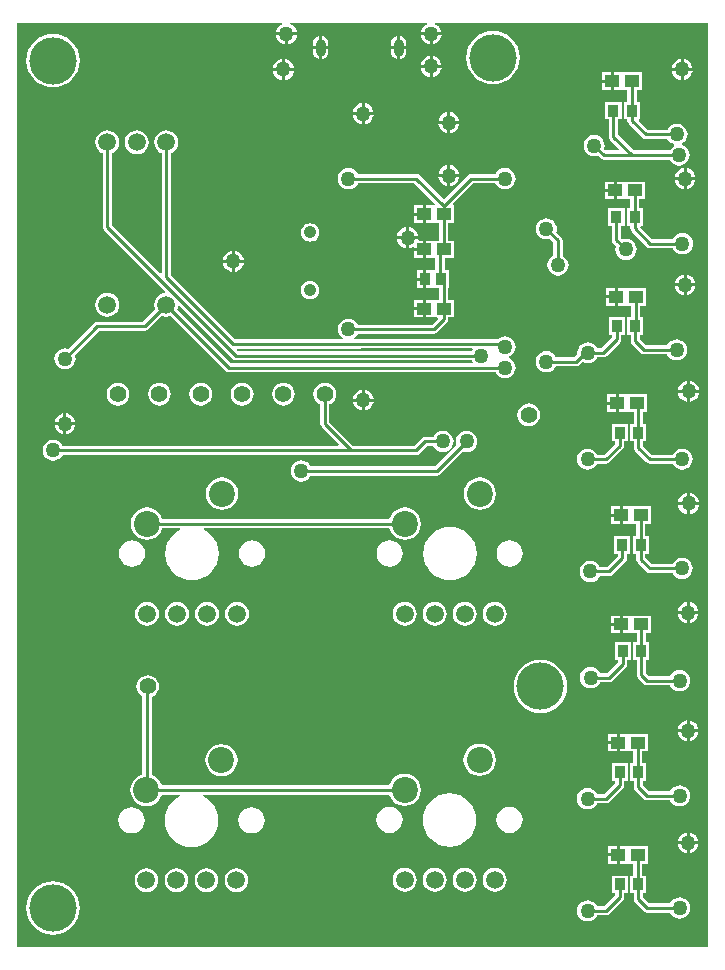
<source format=gbl>
G04*
G04 #@! TF.GenerationSoftware,Altium Limited,Altium Designer,20.2.7 (254)*
G04*
G04 Layer_Physical_Order=2*
G04 Layer_Color=16711680*
%FSLAX44Y44*%
%MOMM*%
G71*
G04*
G04 #@! TF.SameCoordinates,3DC96C9F-A8A8-42D8-A5AB-E266E3FEE33C*
G04*
G04*
G04 #@! TF.FilePolarity,Positive*
G04*
G01*
G75*
%ADD12C,0.2540*%
%ADD48C,1.4986*%
%ADD50C,1.3970*%
%ADD52C,1.0500*%
%ADD53C,1.5000*%
%ADD54C,2.2000*%
%ADD55O,0.8000X1.5000*%
%ADD56C,4.0000*%
%ADD57C,1.2700*%
%ADD58R,0.9000X1.0000*%
%ADD59R,0.8700X0.9800*%
%ADD60R,1.2000X1.0000*%
G36*
X592106Y9530D02*
X7106D01*
Y792106D01*
X231641D01*
X231894Y790836D01*
X230517Y790265D01*
X228660Y788840D01*
X227235Y786983D01*
X226339Y784821D01*
X226201Y783770D01*
X243799D01*
X243661Y784821D01*
X242765Y786983D01*
X241340Y788840D01*
X239483Y790265D01*
X238106Y790836D01*
X238359Y792106D01*
X354141Y792106D01*
X354394Y790836D01*
X353017Y790265D01*
X351160Y788840D01*
X349735Y786983D01*
X348839Y784821D01*
X348700Y783770D01*
X366300D01*
X366161Y784821D01*
X365265Y786983D01*
X363840Y788840D01*
X361983Y790265D01*
X360606Y790836D01*
X360859Y792106D01*
X592106D01*
Y9530D01*
D02*
G37*
%LPC*%
G36*
X366300Y781230D02*
X358770D01*
Y773700D01*
X359821Y773839D01*
X361983Y774735D01*
X363840Y776160D01*
X365265Y778017D01*
X366161Y780179D01*
X366300Y781230D01*
D02*
G37*
G36*
X356230D02*
X348700D01*
X348839Y780179D01*
X349735Y778017D01*
X351160Y776160D01*
X353017Y774735D01*
X355179Y773839D01*
X356230Y773700D01*
Y781230D01*
D02*
G37*
G36*
X243799D02*
X236270D01*
Y773700D01*
X237321Y773839D01*
X239483Y774735D01*
X241340Y776160D01*
X242765Y778017D01*
X243661Y780179D01*
X243799Y781230D01*
D02*
G37*
G36*
X233730D02*
X226201D01*
X226339Y780179D01*
X227235Y778017D01*
X228660Y776160D01*
X230517Y774735D01*
X232679Y773839D01*
X233730Y773700D01*
Y781230D01*
D02*
G37*
G36*
X331270Y780929D02*
Y772270D01*
X336596D01*
Y774500D01*
X336372Y776207D01*
X335713Y777798D01*
X334664Y779164D01*
X333298Y780213D01*
X331707Y780872D01*
X331270Y780929D01*
D02*
G37*
G36*
X265270D02*
Y772270D01*
X270597D01*
Y774500D01*
X270372Y776207D01*
X269713Y777798D01*
X268664Y779164D01*
X267298Y780213D01*
X265707Y780872D01*
X265270Y780929D01*
D02*
G37*
G36*
X328730Y780929D02*
X328293Y780872D01*
X326702Y780213D01*
X325336Y779164D01*
X324287Y777798D01*
X323628Y776207D01*
X323404Y774500D01*
Y772270D01*
X328730D01*
Y780929D01*
D02*
G37*
G36*
X262730D02*
X262293Y780872D01*
X260702Y780213D01*
X259336Y779164D01*
X258287Y777798D01*
X257628Y776207D01*
X257404Y774500D01*
Y772270D01*
X262730D01*
Y780929D01*
D02*
G37*
G36*
X336596Y769730D02*
X331270D01*
Y761071D01*
X331707Y761128D01*
X333298Y761787D01*
X334664Y762836D01*
X335713Y764202D01*
X336372Y765793D01*
X336596Y767500D01*
Y769730D01*
D02*
G37*
G36*
X270597D02*
X265270D01*
Y761071D01*
X265707Y761128D01*
X267298Y761787D01*
X268664Y762836D01*
X269713Y764202D01*
X270372Y765793D01*
X270597Y767500D01*
Y769730D01*
D02*
G37*
G36*
X328730D02*
X323404D01*
Y767500D01*
X323628Y765793D01*
X324287Y764202D01*
X325336Y762836D01*
X326702Y761787D01*
X328293Y761128D01*
X328730Y761071D01*
Y769730D01*
D02*
G37*
G36*
X262730D02*
X257404D01*
Y767500D01*
X257628Y765793D01*
X258287Y764202D01*
X259336Y762836D01*
X260702Y761787D01*
X262293Y761128D01*
X262730Y761071D01*
Y769730D01*
D02*
G37*
G36*
X358770Y763800D02*
Y756270D01*
X366300D01*
X366161Y757321D01*
X365265Y759483D01*
X363840Y761340D01*
X361983Y762765D01*
X359821Y763661D01*
X358770Y763800D01*
D02*
G37*
G36*
X356230D02*
X355179Y763661D01*
X353017Y762765D01*
X351160Y761340D01*
X349735Y759483D01*
X348839Y757321D01*
X348700Y756270D01*
X356230D01*
Y763800D01*
D02*
G37*
G36*
X571270Y761300D02*
Y753770D01*
X578800D01*
X578661Y754821D01*
X577765Y756983D01*
X576340Y758840D01*
X574483Y760265D01*
X572321Y761161D01*
X571270Y761300D01*
D02*
G37*
G36*
X568730D02*
X567679Y761161D01*
X565517Y760265D01*
X563660Y758840D01*
X562235Y756983D01*
X561339Y754821D01*
X561200Y753770D01*
X568730D01*
Y761300D01*
D02*
G37*
G36*
X233770D02*
Y753770D01*
X241299D01*
X241161Y754821D01*
X240265Y756983D01*
X238840Y758840D01*
X236983Y760265D01*
X234821Y761161D01*
X233770Y761300D01*
D02*
G37*
G36*
X231230D02*
X230179Y761161D01*
X228017Y760265D01*
X226160Y758840D01*
X224735Y756983D01*
X223839Y754821D01*
X223701Y753770D01*
X231230D01*
Y761300D01*
D02*
G37*
G36*
X366300Y753730D02*
X358770D01*
Y746200D01*
X359821Y746339D01*
X361983Y747235D01*
X363840Y748660D01*
X365265Y750517D01*
X366161Y752679D01*
X366300Y753730D01*
D02*
G37*
G36*
X356230D02*
X348700D01*
X348839Y752679D01*
X349735Y750517D01*
X351160Y748660D01*
X353017Y747235D01*
X355179Y746339D01*
X356230Y746200D01*
Y753730D01*
D02*
G37*
G36*
X509730Y750040D02*
X502460D01*
Y743770D01*
X509730D01*
Y750040D01*
D02*
G37*
G36*
X578800Y751230D02*
X571270D01*
Y743700D01*
X572321Y743839D01*
X574483Y744735D01*
X576340Y746160D01*
X577765Y748017D01*
X578661Y750179D01*
X578800Y751230D01*
D02*
G37*
G36*
X568730D02*
X561200D01*
X561339Y750179D01*
X562235Y748017D01*
X563660Y746160D01*
X565517Y744735D01*
X567679Y743839D01*
X568730Y743700D01*
Y751230D01*
D02*
G37*
G36*
X241299D02*
X233770D01*
Y743700D01*
X234821Y743839D01*
X236983Y744735D01*
X238840Y746160D01*
X240265Y748017D01*
X241161Y750179D01*
X241299Y751230D01*
D02*
G37*
G36*
X231230D02*
X223701D01*
X223839Y750179D01*
X224735Y748017D01*
X226160Y746160D01*
X228017Y744735D01*
X230179Y743839D01*
X231230Y743700D01*
Y751230D01*
D02*
G37*
G36*
X410000Y785149D02*
X405581Y784714D01*
X401333Y783425D01*
X397417Y781332D01*
X393985Y778515D01*
X391168Y775083D01*
X389075Y771167D01*
X387786Y766919D01*
X387351Y762500D01*
X387786Y758081D01*
X389075Y753833D01*
X391168Y749917D01*
X393985Y746485D01*
X397417Y743668D01*
X401333Y741575D01*
X405581Y740286D01*
X410000Y739851D01*
X414419Y740286D01*
X418667Y741575D01*
X422583Y743668D01*
X426015Y746485D01*
X428832Y749917D01*
X430925Y753833D01*
X432214Y758081D01*
X432649Y762500D01*
X432214Y766919D01*
X430925Y771167D01*
X428832Y775083D01*
X426015Y778515D01*
X422583Y781332D01*
X418667Y783425D01*
X414419Y784714D01*
X410000Y785149D01*
D02*
G37*
G36*
X37500Y782649D02*
X33081Y782214D01*
X28833Y780925D01*
X24917Y778832D01*
X21485Y776015D01*
X18668Y772583D01*
X16575Y768667D01*
X15286Y764419D01*
X14851Y760000D01*
X15286Y755581D01*
X16575Y751333D01*
X18668Y747417D01*
X21485Y743985D01*
X24917Y741168D01*
X28833Y739075D01*
X33081Y737786D01*
X37500Y737351D01*
X41919Y737786D01*
X46167Y739075D01*
X50083Y741168D01*
X53515Y743985D01*
X56332Y747417D01*
X58425Y751333D01*
X59714Y755581D01*
X60149Y760000D01*
X59714Y764419D01*
X58425Y768667D01*
X56332Y772583D01*
X53515Y776015D01*
X50083Y778832D01*
X46167Y780925D01*
X41919Y782214D01*
X37500Y782649D01*
D02*
G37*
G36*
X509730Y741230D02*
X502460D01*
Y734960D01*
X509730D01*
Y741230D01*
D02*
G37*
G36*
X301270Y723800D02*
Y716270D01*
X308799D01*
X308661Y717321D01*
X307765Y719483D01*
X306340Y721340D01*
X304483Y722765D01*
X302321Y723661D01*
X301270Y723800D01*
D02*
G37*
G36*
X298730D02*
X297679Y723661D01*
X295517Y722765D01*
X293660Y721340D01*
X292235Y719483D01*
X291339Y717321D01*
X291201Y716270D01*
X298730D01*
Y723800D01*
D02*
G37*
G36*
X373770Y716300D02*
Y708770D01*
X381300D01*
X381161Y709821D01*
X380265Y711983D01*
X378840Y713840D01*
X376983Y715265D01*
X374821Y716161D01*
X373770Y716300D01*
D02*
G37*
G36*
X371230D02*
X370179Y716161D01*
X368017Y715265D01*
X366160Y713840D01*
X364735Y711983D01*
X363839Y709821D01*
X363700Y708770D01*
X371230D01*
Y716300D01*
D02*
G37*
G36*
X308799Y713730D02*
X301270D01*
Y706200D01*
X302321Y706339D01*
X304483Y707235D01*
X306340Y708660D01*
X307765Y710517D01*
X308661Y712679D01*
X308799Y713730D01*
D02*
G37*
G36*
X298730D02*
X291201D01*
X291339Y712679D01*
X292235Y710517D01*
X293660Y708660D01*
X295517Y707235D01*
X297679Y706339D01*
X298730Y706200D01*
Y713730D01*
D02*
G37*
G36*
X381300Y706230D02*
X373770D01*
Y698700D01*
X374821Y698839D01*
X376983Y699735D01*
X378840Y701160D01*
X380265Y703017D01*
X381161Y705179D01*
X381300Y706230D01*
D02*
G37*
G36*
X371230D02*
X363700D01*
X363839Y705179D01*
X364735Y703017D01*
X366160Y701160D01*
X368017Y699735D01*
X370179Y698839D01*
X371230Y698700D01*
Y706230D01*
D02*
G37*
G36*
X536040Y750040D02*
X512270D01*
Y742500D01*
Y734960D01*
X523615D01*
Y724940D01*
X520610D01*
Y710060D01*
X523615D01*
Y709084D01*
X523911Y707598D01*
X524753Y706337D01*
X536337Y694753D01*
X537598Y693911D01*
X539084Y693615D01*
X557587D01*
X557835Y693017D01*
X559260Y691160D01*
X561117Y689735D01*
X562784Y689044D01*
X562925Y688271D01*
X562887Y687666D01*
X561160Y686340D01*
X559735Y684483D01*
X559487Y683885D01*
X529109D01*
X515785Y697209D01*
Y710060D01*
X518790D01*
Y724940D01*
X505010D01*
Y710060D01*
X508015D01*
Y695600D01*
X508311Y694113D01*
X509153Y692853D01*
X516948Y685058D01*
X516462Y683885D01*
X505109D01*
X503913Y685080D01*
X504161Y685679D01*
X504467Y688000D01*
X504161Y690321D01*
X503265Y692483D01*
X501840Y694340D01*
X499983Y695765D01*
X497821Y696661D01*
X495500Y696967D01*
X493179Y696661D01*
X491017Y695765D01*
X489160Y694340D01*
X487734Y692483D01*
X486839Y690321D01*
X486533Y688000D01*
X486839Y685679D01*
X487734Y683517D01*
X489160Y681659D01*
X491017Y680235D01*
X493179Y679339D01*
X495500Y679033D01*
X497821Y679339D01*
X498419Y679587D01*
X500753Y677253D01*
X502013Y676411D01*
X503500Y676115D01*
X559487D01*
X559735Y675517D01*
X561160Y673660D01*
X563017Y672235D01*
X565179Y671339D01*
X567500Y671033D01*
X569821Y671339D01*
X571983Y672235D01*
X573840Y673660D01*
X575265Y675517D01*
X576161Y677679D01*
X576467Y680000D01*
X576161Y682321D01*
X575265Y684483D01*
X573840Y686340D01*
X571983Y687765D01*
X570316Y688456D01*
X570175Y689230D01*
X570214Y689835D01*
X571940Y691160D01*
X573365Y693017D01*
X574261Y695179D01*
X574567Y697500D01*
X574261Y699821D01*
X573365Y701983D01*
X571940Y703840D01*
X570083Y705265D01*
X567921Y706161D01*
X565600Y706467D01*
X563279Y706161D01*
X561117Y705265D01*
X559260Y703840D01*
X557835Y701983D01*
X557587Y701385D01*
X540693D01*
X533191Y708887D01*
X533677Y710060D01*
X534390D01*
Y724940D01*
X531385D01*
Y734960D01*
X536040D01*
Y750040D01*
D02*
G37*
G36*
X108250Y700750D02*
X105631Y700405D01*
X103190Y699394D01*
X101094Y697786D01*
X99486Y695690D01*
X98475Y693249D01*
X98130Y690630D01*
X98475Y688011D01*
X99486Y685570D01*
X101094Y683474D01*
X103190Y681866D01*
X105631Y680855D01*
X108250Y680510D01*
X110869Y680855D01*
X113310Y681866D01*
X115406Y683474D01*
X117014Y685570D01*
X118025Y688011D01*
X118370Y690630D01*
X118025Y693249D01*
X117014Y695690D01*
X115406Y697786D01*
X113310Y699394D01*
X110869Y700405D01*
X108250Y700750D01*
D02*
G37*
G36*
X373770Y671300D02*
Y663770D01*
X381300D01*
X381161Y664821D01*
X380265Y666983D01*
X378840Y668840D01*
X376983Y670265D01*
X374821Y671161D01*
X373770Y671300D01*
D02*
G37*
G36*
X371230D02*
X370179Y671161D01*
X368017Y670265D01*
X366160Y668840D01*
X364735Y666983D01*
X363839Y664821D01*
X363700Y663770D01*
X371230D01*
Y671300D01*
D02*
G37*
G36*
X573770Y668800D02*
Y661270D01*
X581300D01*
X581161Y662321D01*
X580265Y664483D01*
X578840Y666340D01*
X576983Y667765D01*
X574821Y668661D01*
X573770Y668800D01*
D02*
G37*
G36*
X571230D02*
X570179Y668661D01*
X568017Y667765D01*
X566160Y666340D01*
X564735Y664483D01*
X563839Y662321D01*
X563700Y661270D01*
X571230D01*
Y668800D01*
D02*
G37*
G36*
X381300Y661230D02*
X373770D01*
Y653700D01*
X374821Y653839D01*
X376983Y654735D01*
X378840Y656160D01*
X380265Y658017D01*
X381161Y660179D01*
X381300Y661230D01*
D02*
G37*
G36*
X371230D02*
X363700D01*
X363839Y660179D01*
X364735Y658017D01*
X366160Y656160D01*
X368017Y654735D01*
X370179Y653839D01*
X371230Y653700D01*
Y661230D01*
D02*
G37*
G36*
X512230Y657540D02*
X504960D01*
Y651270D01*
X512230D01*
Y657540D01*
D02*
G37*
G36*
X581300Y658730D02*
X573770D01*
Y651200D01*
X574821Y651339D01*
X576983Y652235D01*
X578840Y653660D01*
X580265Y655517D01*
X581161Y657679D01*
X581300Y658730D01*
D02*
G37*
G36*
X571230D02*
X563700D01*
X563839Y657679D01*
X564735Y655517D01*
X566160Y653660D01*
X568017Y652235D01*
X570179Y651339D01*
X571230Y651200D01*
Y658730D01*
D02*
G37*
G36*
X512230Y648730D02*
X504960D01*
Y642460D01*
X512230D01*
Y648730D01*
D02*
G37*
G36*
X350480Y637540D02*
X343210D01*
Y631270D01*
X350480D01*
Y637540D01*
D02*
G37*
G36*
Y628730D02*
X343210D01*
Y622460D01*
X350480D01*
Y628730D01*
D02*
G37*
G36*
X338770Y618800D02*
Y611270D01*
X346300D01*
X346161Y612321D01*
X345265Y614483D01*
X343840Y616340D01*
X341983Y617765D01*
X339821Y618661D01*
X338770Y618800D01*
D02*
G37*
G36*
X336230D02*
X335179Y618661D01*
X333017Y617765D01*
X331160Y616340D01*
X329735Y614483D01*
X328839Y612321D01*
X328700Y611270D01*
X336230D01*
Y618800D01*
D02*
G37*
G36*
X255000Y622257D02*
X252966Y621990D01*
X251071Y621204D01*
X249444Y619956D01*
X248195Y618329D01*
X247411Y616434D01*
X247143Y614400D01*
X247411Y612366D01*
X248195Y610471D01*
X249444Y608844D01*
X251071Y607595D01*
X252966Y606810D01*
X255000Y606543D01*
X257034Y606810D01*
X258929Y607595D01*
X260556Y608844D01*
X261805Y610471D01*
X262589Y612366D01*
X262857Y614400D01*
X262589Y616434D01*
X261805Y618329D01*
X260556Y619956D01*
X258929Y621204D01*
X257034Y621990D01*
X255000Y622257D01*
D02*
G37*
G36*
X346380Y608730D02*
X338770D01*
Y601200D01*
X339821Y601339D01*
X341983Y602235D01*
X342071Y602302D01*
X343210Y601740D01*
Y601270D01*
X350480D01*
Y607540D01*
X347424D01*
X346380Y608730D01*
D02*
G37*
G36*
X336230D02*
X328700D01*
X328839Y607679D01*
X329735Y605517D01*
X331160Y603660D01*
X333017Y602235D01*
X335179Y601339D01*
X336230Y601200D01*
Y608730D01*
D02*
G37*
G36*
X538540Y657540D02*
X514770D01*
Y650000D01*
Y642460D01*
X526115D01*
Y634940D01*
X523110D01*
Y620060D01*
X526115D01*
Y617800D01*
X526411Y616314D01*
X527253Y615053D01*
X540053Y602253D01*
X541313Y601411D01*
X542800Y601115D01*
X562287D01*
X562535Y600517D01*
X563960Y598660D01*
X565817Y597235D01*
X567979Y596339D01*
X570300Y596033D01*
X572621Y596339D01*
X574783Y597235D01*
X576640Y598660D01*
X578065Y600517D01*
X578961Y602679D01*
X579267Y605000D01*
X578961Y607321D01*
X578065Y609483D01*
X576640Y611340D01*
X574783Y612765D01*
X572621Y613661D01*
X570300Y613967D01*
X567979Y613661D01*
X565817Y612765D01*
X563960Y611340D01*
X562535Y609483D01*
X562287Y608885D01*
X544409D01*
X534504Y618790D01*
X535030Y620060D01*
X536890D01*
Y634940D01*
X533885D01*
Y642460D01*
X538540D01*
Y657540D01*
D02*
G37*
G36*
X350480Y598730D02*
X343210D01*
Y592460D01*
X350480D01*
Y598730D01*
D02*
G37*
G36*
X191270Y598800D02*
Y591270D01*
X198799D01*
X198661Y592321D01*
X197765Y594483D01*
X196341Y596340D01*
X194483Y597765D01*
X192321Y598661D01*
X191270Y598800D01*
D02*
G37*
G36*
X188730D02*
X187679Y598661D01*
X185517Y597765D01*
X183660Y596340D01*
X182235Y594483D01*
X181339Y592321D01*
X181201Y591270D01*
X188730D01*
Y598800D01*
D02*
G37*
G36*
X521290Y634940D02*
X507510D01*
Y620060D01*
X510515D01*
Y608100D01*
X510811Y606614D01*
X511653Y605353D01*
X514087Y602919D01*
X513839Y602321D01*
X513533Y600000D01*
X513839Y597679D01*
X514735Y595517D01*
X516160Y593660D01*
X518017Y592235D01*
X520179Y591339D01*
X522500Y591033D01*
X524821Y591339D01*
X526983Y592235D01*
X528840Y593660D01*
X530265Y595517D01*
X531161Y597679D01*
X531467Y600000D01*
X531161Y602321D01*
X530265Y604483D01*
X528840Y606340D01*
X526983Y607765D01*
X524821Y608661D01*
X522500Y608967D01*
X520179Y608661D01*
X519580Y608413D01*
X518285Y609709D01*
Y620060D01*
X521290D01*
Y634940D01*
D02*
G37*
G36*
X198799Y588730D02*
X191270D01*
Y581200D01*
X192321Y581339D01*
X194483Y582235D01*
X196341Y583660D01*
X197765Y585517D01*
X198661Y587679D01*
X198799Y588730D01*
D02*
G37*
G36*
X188730D02*
X181201D01*
X181339Y587679D01*
X182235Y585517D01*
X183660Y583660D01*
X185517Y582235D01*
X187679Y581339D01*
X188730Y581200D01*
Y588730D01*
D02*
G37*
G36*
X133250Y700750D02*
X130631Y700405D01*
X128190Y699394D01*
X126094Y697786D01*
X124486Y695690D01*
X123475Y693249D01*
X123130Y690630D01*
X123475Y688011D01*
X124486Y685570D01*
X126094Y683474D01*
X128190Y681866D01*
X129365Y681379D01*
Y580288D01*
X128192Y579802D01*
X87135Y620859D01*
Y681379D01*
X88310Y681866D01*
X90406Y683474D01*
X92014Y685570D01*
X93025Y688011D01*
X93370Y690630D01*
X93025Y693249D01*
X92014Y695690D01*
X90406Y697786D01*
X88310Y699394D01*
X85869Y700405D01*
X83250Y700750D01*
X80631Y700405D01*
X78190Y699394D01*
X76094Y697786D01*
X74486Y695690D01*
X73475Y693249D01*
X73130Y690630D01*
X73475Y688011D01*
X74486Y685570D01*
X76094Y683474D01*
X78190Y681866D01*
X79365Y681379D01*
Y619250D01*
X79661Y617763D01*
X80503Y616503D01*
X132566Y564440D01*
X132111Y563100D01*
X130631Y562905D01*
X128190Y561894D01*
X126094Y560286D01*
X124486Y558190D01*
X123475Y555749D01*
X123130Y553130D01*
X123475Y550511D01*
X123962Y549336D01*
X113511Y538885D01*
X75000D01*
X73513Y538589D01*
X72253Y537747D01*
X50420Y515913D01*
X49821Y516161D01*
X47500Y516467D01*
X45179Y516161D01*
X43017Y515265D01*
X41160Y513840D01*
X39735Y511983D01*
X38839Y509821D01*
X38533Y507500D01*
X38839Y505179D01*
X39735Y503017D01*
X41160Y501160D01*
X43017Y499735D01*
X45179Y498839D01*
X47500Y498533D01*
X49821Y498839D01*
X51983Y499735D01*
X53840Y501160D01*
X55265Y503017D01*
X56161Y505179D01*
X56467Y507500D01*
X56161Y509821D01*
X55913Y510420D01*
X76609Y531115D01*
X115120D01*
X116607Y531411D01*
X117867Y532253D01*
X129456Y543842D01*
X130631Y543355D01*
X133250Y543010D01*
X135869Y543355D01*
X137044Y543842D01*
X183793Y497093D01*
X185053Y496251D01*
X186540Y495955D01*
X412053D01*
X412235Y495517D01*
X413660Y493660D01*
X415517Y492235D01*
X417679Y491339D01*
X420000Y491033D01*
X422321Y491339D01*
X424483Y492235D01*
X426340Y493660D01*
X427765Y495517D01*
X428661Y497679D01*
X428967Y500000D01*
X428661Y502321D01*
X427765Y504483D01*
X426340Y506340D01*
X424483Y507765D01*
X423767Y508062D01*
Y509437D01*
X424482Y509734D01*
X426340Y511158D01*
X427765Y513016D01*
X428660Y515178D01*
X428966Y517499D01*
X428660Y519820D01*
X427765Y521982D01*
X426340Y523839D01*
X424482Y525264D01*
X422320Y526160D01*
X419999Y526466D01*
X417678Y526160D01*
X415516Y525264D01*
X413926Y524045D01*
X297144D01*
X296340Y523885D01*
X292962D01*
X292531Y525155D01*
X293840Y526160D01*
X295265Y528017D01*
X295513Y528615D01*
X360000D01*
X361487Y528911D01*
X362747Y529753D01*
X370997Y538003D01*
X371839Y539263D01*
X372135Y540750D01*
Y542460D01*
X376790D01*
Y557540D01*
X372135D01*
Y567460D01*
X372790D01*
Y582540D01*
X368885D01*
Y592460D01*
X376790D01*
Y607540D01*
X372135D01*
Y622460D01*
X376790D01*
Y637540D01*
X376193D01*
X375707Y638713D01*
X393109Y656115D01*
X411987D01*
X412235Y655517D01*
X413660Y653660D01*
X415517Y652235D01*
X417679Y651339D01*
X420000Y651033D01*
X422321Y651339D01*
X424483Y652235D01*
X426340Y653660D01*
X427765Y655517D01*
X428661Y657679D01*
X428967Y660000D01*
X428661Y662321D01*
X427765Y664483D01*
X426340Y666340D01*
X424483Y667765D01*
X422321Y668661D01*
X420000Y668967D01*
X417679Y668661D01*
X415517Y667765D01*
X413660Y666340D01*
X412235Y664483D01*
X411987Y663885D01*
X391500D01*
X390013Y663589D01*
X388753Y662747D01*
X368250Y642244D01*
X347747Y662747D01*
X346487Y663589D01*
X345000Y663885D01*
X295513D01*
X295265Y664483D01*
X293840Y666340D01*
X291983Y667765D01*
X289821Y668661D01*
X287500Y668967D01*
X285179Y668661D01*
X283017Y667765D01*
X281160Y666340D01*
X279735Y664483D01*
X278839Y662321D01*
X278533Y660000D01*
X278839Y657679D01*
X279735Y655517D01*
X281160Y653660D01*
X283017Y652235D01*
X285179Y651339D01*
X287500Y651033D01*
X289821Y651339D01*
X291983Y652235D01*
X293840Y653660D01*
X295265Y655517D01*
X295513Y656115D01*
X343391D01*
X360793Y638713D01*
X360307Y637540D01*
X353020D01*
Y630000D01*
Y622460D01*
X364365D01*
Y607540D01*
X353020D01*
Y600000D01*
Y592460D01*
X361115D01*
Y582540D01*
X353520D01*
Y575000D01*
Y567460D01*
X364365D01*
Y557540D01*
X353020D01*
Y550000D01*
Y542460D01*
X362670D01*
X363196Y541190D01*
X358391Y536385D01*
X295513D01*
X295265Y536983D01*
X293840Y538840D01*
X291983Y540265D01*
X289821Y541161D01*
X287500Y541467D01*
X285179Y541161D01*
X283017Y540265D01*
X281160Y538840D01*
X279735Y536983D01*
X278839Y534821D01*
X278533Y532500D01*
X278839Y530179D01*
X279735Y528017D01*
X281160Y526160D01*
X282469Y525155D01*
X282038Y523885D01*
X191689D01*
X137135Y578439D01*
Y681379D01*
X138310Y681866D01*
X140406Y683474D01*
X142014Y685570D01*
X143025Y688011D01*
X143370Y690630D01*
X143025Y693249D01*
X142014Y695690D01*
X140406Y697786D01*
X138310Y699394D01*
X135869Y700405D01*
X133250Y700750D01*
D02*
G37*
G36*
X455000Y626467D02*
X452679Y626161D01*
X450517Y625265D01*
X448660Y623840D01*
X447235Y621983D01*
X446339Y619821D01*
X446033Y617500D01*
X446339Y615179D01*
X447235Y613017D01*
X448660Y611160D01*
X450517Y609735D01*
X452679Y608839D01*
X455000Y608533D01*
X457321Y608839D01*
X457920Y609087D01*
X460955Y606051D01*
Y594880D01*
X460357Y594632D01*
X458500Y593207D01*
X457075Y591350D01*
X456179Y589188D01*
X455873Y586867D01*
X456179Y584546D01*
X457075Y582384D01*
X458500Y580527D01*
X460357Y579102D01*
X462519Y578206D01*
X464840Y577900D01*
X467161Y578206D01*
X469323Y579102D01*
X471180Y580527D01*
X472605Y582384D01*
X473501Y584546D01*
X473807Y586867D01*
X473501Y589188D01*
X472605Y591350D01*
X471180Y593207D01*
X469323Y594632D01*
X468725Y594880D01*
Y607660D01*
X468429Y609147D01*
X467587Y610407D01*
X463413Y614581D01*
X463661Y615179D01*
X463967Y617500D01*
X463661Y619821D01*
X462765Y621983D01*
X461340Y623840D01*
X459483Y625265D01*
X457321Y626161D01*
X455000Y626467D01*
D02*
G37*
G36*
X350980Y582540D02*
X345210D01*
Y576270D01*
X350980D01*
Y582540D01*
D02*
G37*
G36*
X573770Y578800D02*
Y571270D01*
X581300D01*
X581161Y572321D01*
X580265Y574483D01*
X578840Y576340D01*
X576983Y577765D01*
X574821Y578661D01*
X573770Y578800D01*
D02*
G37*
G36*
X571230D02*
X570179Y578661D01*
X568017Y577765D01*
X566160Y576340D01*
X564735Y574483D01*
X563839Y572321D01*
X563700Y571270D01*
X571230D01*
Y578800D01*
D02*
G37*
G36*
X350980Y573730D02*
X345210D01*
Y567460D01*
X350980D01*
Y573730D01*
D02*
G37*
G36*
X512980Y567540D02*
X505710D01*
Y561270D01*
X512980D01*
Y567540D01*
D02*
G37*
G36*
X581300Y568730D02*
X573770D01*
Y561200D01*
X574821Y561339D01*
X576983Y562235D01*
X578840Y563660D01*
X580265Y565517D01*
X581161Y567679D01*
X581300Y568730D01*
D02*
G37*
G36*
X571230D02*
X563700D01*
X563839Y567679D01*
X564735Y565517D01*
X566160Y563660D01*
X568017Y562235D01*
X570179Y561339D01*
X571230Y561200D01*
Y568730D01*
D02*
G37*
G36*
X255000Y573457D02*
X252966Y573190D01*
X251071Y572405D01*
X249444Y571156D01*
X248195Y569529D01*
X247411Y567634D01*
X247143Y565600D01*
X247411Y563566D01*
X248195Y561671D01*
X249444Y560044D01*
X251071Y558796D01*
X252966Y558010D01*
X255000Y557743D01*
X257034Y558010D01*
X258929Y558796D01*
X260556Y560044D01*
X261805Y561671D01*
X262589Y563566D01*
X262857Y565600D01*
X262589Y567634D01*
X261805Y569529D01*
X260556Y571156D01*
X258929Y572405D01*
X257034Y573190D01*
X255000Y573457D01*
D02*
G37*
G36*
X512980Y558730D02*
X505710D01*
Y552460D01*
X512980D01*
Y558730D01*
D02*
G37*
G36*
X350480Y557540D02*
X343210D01*
Y551270D01*
X350480D01*
Y557540D01*
D02*
G37*
G36*
X83250Y563250D02*
X80631Y562905D01*
X78190Y561894D01*
X76094Y560286D01*
X74486Y558190D01*
X73475Y555749D01*
X73130Y553130D01*
X73475Y550511D01*
X74486Y548070D01*
X76094Y545974D01*
X78190Y544366D01*
X80631Y543355D01*
X83250Y543010D01*
X85869Y543355D01*
X88310Y544366D01*
X90406Y545974D01*
X92014Y548070D01*
X93025Y550511D01*
X93370Y553130D01*
X93025Y555749D01*
X92014Y558190D01*
X90406Y560286D01*
X88310Y561894D01*
X85869Y562905D01*
X83250Y563250D01*
D02*
G37*
G36*
X350480Y548730D02*
X343210D01*
Y542460D01*
X350480D01*
Y548730D01*
D02*
G37*
G36*
X521590Y542440D02*
X507810D01*
Y527560D01*
X510815D01*
Y525563D01*
X501637Y516385D01*
X498173D01*
X497925Y516983D01*
X496500Y518840D01*
X494643Y520265D01*
X492481Y521161D01*
X490160Y521467D01*
X487839Y521161D01*
X485677Y520265D01*
X483820Y518840D01*
X482395Y516983D01*
X481499Y514821D01*
X481193Y512500D01*
X481288Y511782D01*
X478391Y508885D01*
X463013D01*
X462765Y509483D01*
X461340Y511340D01*
X459483Y512765D01*
X457321Y513661D01*
X455000Y513967D01*
X452679Y513661D01*
X450517Y512765D01*
X448660Y511340D01*
X447235Y509483D01*
X446339Y507321D01*
X446033Y505000D01*
X446339Y502679D01*
X447235Y500517D01*
X448660Y498660D01*
X450517Y497235D01*
X452679Y496339D01*
X455000Y496033D01*
X457321Y496339D01*
X459483Y497235D01*
X461340Y498660D01*
X462765Y500517D01*
X463013Y501115D01*
X480000D01*
X481487Y501411D01*
X482747Y502253D01*
X485423Y504929D01*
X485677Y504735D01*
X487839Y503839D01*
X490160Y503533D01*
X492481Y503839D01*
X494643Y504735D01*
X496500Y506160D01*
X497925Y508017D01*
X498173Y508615D01*
X503246D01*
X504733Y508911D01*
X505993Y509753D01*
X517447Y521207D01*
X518289Y522467D01*
X518585Y523954D01*
Y527560D01*
X521590D01*
Y542440D01*
D02*
G37*
G36*
X539290Y567540D02*
X515520D01*
Y560000D01*
Y552460D01*
X526865D01*
Y542440D01*
X523410D01*
Y527560D01*
X526415D01*
Y522500D01*
X526711Y521013D01*
X527553Y519753D01*
X535053Y512253D01*
X536313Y511411D01*
X537800Y511115D01*
X557287D01*
X557535Y510517D01*
X558960Y508660D01*
X560817Y507235D01*
X562979Y506339D01*
X565300Y506033D01*
X567621Y506339D01*
X569783Y507235D01*
X571640Y508660D01*
X573065Y510517D01*
X573961Y512679D01*
X574267Y515000D01*
X573961Y517321D01*
X573065Y519483D01*
X571640Y521340D01*
X569783Y522765D01*
X567621Y523661D01*
X565300Y523967D01*
X562979Y523661D01*
X560817Y522765D01*
X558960Y521340D01*
X557535Y519483D01*
X557287Y518885D01*
X539409D01*
X534185Y524109D01*
Y527560D01*
X537190D01*
Y542440D01*
X534635D01*
Y552460D01*
X539290D01*
Y567540D01*
D02*
G37*
G36*
X576770Y488800D02*
Y481270D01*
X584300D01*
X584161Y482321D01*
X583265Y484483D01*
X581840Y486340D01*
X579983Y487765D01*
X577821Y488661D01*
X576770Y488800D01*
D02*
G37*
G36*
X574230D02*
X573179Y488661D01*
X571017Y487765D01*
X569160Y486340D01*
X567735Y484483D01*
X566839Y482321D01*
X566701Y481270D01*
X574230D01*
Y488800D01*
D02*
G37*
G36*
X301270Y481300D02*
Y473770D01*
X308799D01*
X308661Y474821D01*
X307765Y476983D01*
X306340Y478840D01*
X304483Y480265D01*
X302321Y481161D01*
X301270Y481300D01*
D02*
G37*
G36*
X298730D02*
X297679Y481161D01*
X295517Y480265D01*
X293660Y478840D01*
X292235Y476983D01*
X291339Y474821D01*
X291201Y473770D01*
X298730D01*
Y481300D01*
D02*
G37*
G36*
X513730Y477540D02*
X506460D01*
Y471270D01*
X513730D01*
Y477540D01*
D02*
G37*
G36*
X584300Y478730D02*
X576770D01*
Y471200D01*
X577821Y471339D01*
X579983Y472235D01*
X581840Y473660D01*
X583265Y475517D01*
X584161Y477679D01*
X584300Y478730D01*
D02*
G37*
G36*
X574230D02*
X566701D01*
X566839Y477679D01*
X567735Y475517D01*
X569160Y473660D01*
X571017Y472235D01*
X573179Y471339D01*
X574230Y471200D01*
Y478730D01*
D02*
G37*
G36*
X232500Y487107D02*
X230014Y486780D01*
X227696Y485820D01*
X225707Y484293D01*
X224180Y482304D01*
X223220Y479986D01*
X222893Y477500D01*
X223220Y475014D01*
X224180Y472696D01*
X225707Y470707D01*
X227696Y469180D01*
X230014Y468220D01*
X232500Y467893D01*
X234986Y468220D01*
X237304Y469180D01*
X239293Y470707D01*
X240820Y472696D01*
X241780Y475014D01*
X242107Y477500D01*
X241780Y479986D01*
X240820Y482304D01*
X239293Y484293D01*
X237304Y485820D01*
X234986Y486780D01*
X232500Y487107D01*
D02*
G37*
G36*
X197500D02*
X195014Y486780D01*
X192696Y485820D01*
X190707Y484293D01*
X189180Y482304D01*
X188220Y479986D01*
X187893Y477500D01*
X188220Y475014D01*
X189180Y472696D01*
X190707Y470707D01*
X192696Y469180D01*
X195014Y468220D01*
X197500Y467893D01*
X199986Y468220D01*
X202304Y469180D01*
X204293Y470707D01*
X205820Y472696D01*
X206780Y475014D01*
X207107Y477500D01*
X206780Y479986D01*
X205820Y482304D01*
X204293Y484293D01*
X202304Y485820D01*
X199986Y486780D01*
X197500Y487107D01*
D02*
G37*
G36*
X162500D02*
X160014Y486780D01*
X157696Y485820D01*
X155707Y484293D01*
X154180Y482304D01*
X153220Y479986D01*
X152893Y477500D01*
X153220Y475014D01*
X154180Y472696D01*
X155707Y470707D01*
X157696Y469180D01*
X160014Y468220D01*
X162500Y467893D01*
X164986Y468220D01*
X167304Y469180D01*
X169293Y470707D01*
X170820Y472696D01*
X171780Y475014D01*
X172107Y477500D01*
X171780Y479986D01*
X170820Y482304D01*
X169293Y484293D01*
X167304Y485820D01*
X164986Y486780D01*
X162500Y487107D01*
D02*
G37*
G36*
X127500D02*
X125014Y486780D01*
X122696Y485820D01*
X120707Y484293D01*
X119180Y482304D01*
X118220Y479986D01*
X117893Y477500D01*
X118220Y475014D01*
X119180Y472696D01*
X120707Y470707D01*
X122696Y469180D01*
X125014Y468220D01*
X127500Y467893D01*
X129986Y468220D01*
X132304Y469180D01*
X134293Y470707D01*
X135820Y472696D01*
X136780Y475014D01*
X137107Y477500D01*
X136780Y479986D01*
X135820Y482304D01*
X134293Y484293D01*
X132304Y485820D01*
X129986Y486780D01*
X127500Y487107D01*
D02*
G37*
G36*
X92500D02*
X90014Y486780D01*
X87696Y485820D01*
X85707Y484293D01*
X84180Y482304D01*
X83220Y479986D01*
X82893Y477500D01*
X83220Y475014D01*
X84180Y472696D01*
X85707Y470707D01*
X87696Y469180D01*
X90014Y468220D01*
X92500Y467893D01*
X94986Y468220D01*
X97304Y469180D01*
X99293Y470707D01*
X100820Y472696D01*
X101780Y475014D01*
X102107Y477500D01*
X101780Y479986D01*
X100820Y482304D01*
X99293Y484293D01*
X97304Y485820D01*
X94986Y486780D01*
X92500Y487107D01*
D02*
G37*
G36*
X308799Y471230D02*
X301270D01*
Y463700D01*
X302321Y463839D01*
X304483Y464735D01*
X306340Y466160D01*
X307765Y468017D01*
X308661Y470179D01*
X308799Y471230D01*
D02*
G37*
G36*
X298730D02*
X291201D01*
X291339Y470179D01*
X292235Y468017D01*
X293660Y466160D01*
X295517Y464735D01*
X297679Y463839D01*
X298730Y463700D01*
Y471230D01*
D02*
G37*
G36*
X513730Y468730D02*
X506460D01*
Y462460D01*
X513730D01*
Y468730D01*
D02*
G37*
G36*
X48770Y461300D02*
Y453770D01*
X56300D01*
X56161Y454821D01*
X55265Y456983D01*
X53840Y458840D01*
X51983Y460265D01*
X49821Y461161D01*
X48770Y461300D01*
D02*
G37*
G36*
X46230D02*
X45179Y461161D01*
X43017Y460265D01*
X41160Y458840D01*
X39735Y456983D01*
X38839Y454821D01*
X38700Y453770D01*
X46230D01*
Y461300D01*
D02*
G37*
G36*
X440000Y469607D02*
X437514Y469280D01*
X435196Y468320D01*
X433207Y466793D01*
X431680Y464804D01*
X430720Y462486D01*
X430393Y460000D01*
X430720Y457514D01*
X431680Y455196D01*
X433207Y453207D01*
X435196Y451680D01*
X437514Y450720D01*
X440000Y450393D01*
X442486Y450720D01*
X444804Y451680D01*
X446793Y453207D01*
X448320Y455196D01*
X449280Y457514D01*
X449607Y460000D01*
X449280Y462486D01*
X448320Y464804D01*
X446793Y466793D01*
X444804Y468320D01*
X442486Y469280D01*
X440000Y469607D01*
D02*
G37*
G36*
X56300Y451230D02*
X48770D01*
Y443700D01*
X49821Y443839D01*
X51983Y444735D01*
X53840Y446160D01*
X55265Y448017D01*
X56161Y450179D01*
X56300Y451230D01*
D02*
G37*
G36*
X46230D02*
X38700D01*
X38839Y450179D01*
X39735Y448017D01*
X41160Y446160D01*
X43017Y444735D01*
X45179Y443839D01*
X46230Y443700D01*
Y451230D01*
D02*
G37*
G36*
X267500Y487107D02*
X265014Y486780D01*
X262696Y485820D01*
X260707Y484293D01*
X259180Y482304D01*
X258220Y479986D01*
X257893Y477500D01*
X258220Y475014D01*
X259180Y472696D01*
X260707Y470707D01*
X262696Y469180D01*
X263615Y468799D01*
Y452500D01*
X263911Y451013D01*
X264753Y449753D01*
X279448Y435058D01*
X278962Y433885D01*
X45513D01*
X45265Y434483D01*
X43840Y436340D01*
X41983Y437765D01*
X39821Y438661D01*
X37500Y438967D01*
X35179Y438661D01*
X33017Y437765D01*
X31160Y436340D01*
X29735Y434483D01*
X28839Y432321D01*
X28533Y430000D01*
X28839Y427679D01*
X29735Y425517D01*
X31160Y423660D01*
X33017Y422235D01*
X35179Y421339D01*
X37500Y421033D01*
X39821Y421339D01*
X41983Y422235D01*
X43840Y423660D01*
X45265Y425517D01*
X45513Y426115D01*
X345000D01*
X346487Y426411D01*
X347747Y427253D01*
X354109Y433615D01*
X359487D01*
X359735Y433017D01*
X361160Y431160D01*
X363017Y429735D01*
X365179Y428839D01*
X367500Y428533D01*
X369821Y428839D01*
X371983Y429735D01*
X373840Y431160D01*
X375265Y433017D01*
X376161Y435179D01*
X376467Y437500D01*
X376161Y439821D01*
X375265Y441983D01*
X373840Y443840D01*
X371983Y445265D01*
X369821Y446161D01*
X367500Y446467D01*
X365179Y446161D01*
X363017Y445265D01*
X361160Y443840D01*
X359735Y441983D01*
X359487Y441385D01*
X352500D01*
X351013Y441089D01*
X349753Y440247D01*
X343391Y433885D01*
X291609D01*
X271385Y454109D01*
Y468799D01*
X272304Y469180D01*
X274293Y470707D01*
X275820Y472696D01*
X276780Y475014D01*
X277107Y477500D01*
X276780Y479986D01*
X275820Y482304D01*
X274293Y484293D01*
X272304Y485820D01*
X269986Y486780D01*
X267500Y487107D01*
D02*
G37*
G36*
X387500Y446467D02*
X385179Y446161D01*
X383017Y445265D01*
X381160Y443840D01*
X379735Y441983D01*
X378839Y439821D01*
X378533Y437500D01*
X378839Y435179D01*
X379087Y434581D01*
X360891Y416385D01*
X255513D01*
X255265Y416983D01*
X253840Y418840D01*
X251983Y420265D01*
X249821Y421161D01*
X247500Y421467D01*
X245179Y421161D01*
X243017Y420265D01*
X241160Y418840D01*
X239735Y416983D01*
X238839Y414821D01*
X238533Y412500D01*
X238839Y410179D01*
X239735Y408017D01*
X241160Y406160D01*
X243017Y404735D01*
X245179Y403839D01*
X247500Y403533D01*
X249821Y403839D01*
X251983Y404735D01*
X253840Y406160D01*
X255265Y408017D01*
X255513Y408615D01*
X362500D01*
X363987Y408911D01*
X365247Y409753D01*
X384580Y429087D01*
X385179Y428839D01*
X387500Y428533D01*
X389821Y428839D01*
X391983Y429735D01*
X393840Y431160D01*
X395265Y433017D01*
X396161Y435179D01*
X396467Y437500D01*
X396161Y439821D01*
X395265Y441983D01*
X393840Y443840D01*
X391983Y445265D01*
X389821Y446161D01*
X387500Y446467D01*
D02*
G37*
G36*
X524090Y452440D02*
X510310D01*
Y437560D01*
X513315D01*
Y435563D01*
X504137Y426385D01*
X498013D01*
X497765Y426983D01*
X496340Y428840D01*
X494483Y430265D01*
X492321Y431161D01*
X490000Y431467D01*
X487679Y431161D01*
X485517Y430265D01*
X483660Y428840D01*
X482235Y426983D01*
X481339Y424821D01*
X481033Y422500D01*
X481339Y420179D01*
X482235Y418017D01*
X483660Y416160D01*
X485517Y414735D01*
X487679Y413839D01*
X490000Y413533D01*
X492321Y413839D01*
X494483Y414735D01*
X496340Y416160D01*
X497765Y418017D01*
X498013Y418615D01*
X505746D01*
X507233Y418911D01*
X508493Y419753D01*
X519947Y431207D01*
X520789Y432467D01*
X521085Y433954D01*
Y437560D01*
X524090D01*
Y452440D01*
D02*
G37*
G36*
X540040Y477540D02*
X516270D01*
Y470000D01*
Y462460D01*
X528915D01*
Y452440D01*
X525910D01*
Y437560D01*
X528915D01*
Y432200D01*
X529211Y430713D01*
X530053Y429453D01*
X539753Y419753D01*
X541013Y418911D01*
X542500Y418615D01*
X561987D01*
X562235Y418017D01*
X563660Y416160D01*
X565517Y414735D01*
X567679Y413839D01*
X570000Y413533D01*
X572321Y413839D01*
X574483Y414735D01*
X576340Y416160D01*
X577765Y418017D01*
X578661Y420179D01*
X578967Y422500D01*
X578661Y424821D01*
X577765Y426983D01*
X576340Y428840D01*
X574483Y430265D01*
X572321Y431161D01*
X570000Y431467D01*
X567679Y431161D01*
X565517Y430265D01*
X563660Y428840D01*
X562235Y426983D01*
X561987Y426385D01*
X544109D01*
X536685Y433809D01*
Y437560D01*
X539690D01*
Y452440D01*
X536685D01*
Y462460D01*
X540040D01*
Y477540D01*
D02*
G37*
G36*
X576770Y393800D02*
Y386270D01*
X584300D01*
X584161Y387321D01*
X583265Y389483D01*
X581840Y391340D01*
X579983Y392765D01*
X577821Y393661D01*
X576770Y393800D01*
D02*
G37*
G36*
X574230D02*
X573179Y393661D01*
X571017Y392765D01*
X569160Y391340D01*
X567735Y389483D01*
X566839Y387321D01*
X566701Y386270D01*
X574230D01*
Y393800D01*
D02*
G37*
G36*
X398700Y406957D02*
X395165Y406492D01*
X391872Y405127D01*
X389043Y402957D01*
X386873Y400128D01*
X385508Y396835D01*
X385043Y393300D01*
X385508Y389765D01*
X386873Y386472D01*
X389043Y383643D01*
X391872Y381473D01*
X395165Y380108D01*
X398700Y379643D01*
X402235Y380108D01*
X405528Y381473D01*
X408357Y383643D01*
X410527Y386472D01*
X411892Y389765D01*
X412357Y393300D01*
X411892Y396835D01*
X410527Y400128D01*
X408357Y402957D01*
X405528Y405127D01*
X402235Y406492D01*
X398700Y406957D01*
D02*
G37*
G36*
X180400D02*
X176865Y406492D01*
X173572Y405127D01*
X170743Y402957D01*
X168573Y400128D01*
X167208Y396835D01*
X166743Y393300D01*
X167208Y389765D01*
X168573Y386472D01*
X170743Y383643D01*
X173572Y381473D01*
X176865Y380108D01*
X180400Y379643D01*
X183935Y380108D01*
X187228Y381473D01*
X190057Y383643D01*
X192227Y386472D01*
X193591Y389765D01*
X194057Y393300D01*
X193591Y396835D01*
X192227Y400128D01*
X190057Y402957D01*
X187228Y405127D01*
X183935Y406492D01*
X180400Y406957D01*
D02*
G37*
G36*
X517230Y382540D02*
X509960D01*
Y376270D01*
X517230D01*
Y382540D01*
D02*
G37*
G36*
X584300Y383730D02*
X576770D01*
Y376200D01*
X577821Y376339D01*
X579983Y377235D01*
X581840Y378660D01*
X583265Y380517D01*
X584161Y382679D01*
X584300Y383730D01*
D02*
G37*
G36*
X574230D02*
X566701D01*
X566839Y382679D01*
X567735Y380517D01*
X569160Y378660D01*
X571017Y377235D01*
X573179Y376339D01*
X574230Y376200D01*
Y383730D01*
D02*
G37*
G36*
X335200Y381557D02*
X331665Y381091D01*
X328372Y379727D01*
X325543Y377557D01*
X323373Y374728D01*
X322154Y371785D01*
X129946D01*
X128727Y374728D01*
X126557Y377557D01*
X123728Y379727D01*
X120435Y381091D01*
X116900Y381557D01*
X113365Y381091D01*
X110072Y379727D01*
X107243Y377557D01*
X105073Y374728D01*
X103708Y371435D01*
X103243Y367900D01*
X103708Y364365D01*
X105073Y361072D01*
X107243Y358243D01*
X110072Y356073D01*
X113365Y354709D01*
X116900Y354243D01*
X120435Y354709D01*
X123728Y356073D01*
X126557Y358243D01*
X128727Y361072D01*
X129946Y364015D01*
X144743D01*
X145061Y362745D01*
X142417Y361332D01*
X138985Y358515D01*
X136168Y355083D01*
X134075Y351167D01*
X132786Y346919D01*
X132351Y342500D01*
X132786Y338081D01*
X134075Y333833D01*
X136168Y329917D01*
X138985Y326485D01*
X142417Y323668D01*
X146333Y321575D01*
X150581Y320286D01*
X155000Y319851D01*
X159419Y320286D01*
X163667Y321575D01*
X167583Y323668D01*
X171015Y326485D01*
X173832Y329917D01*
X175925Y333833D01*
X177214Y338081D01*
X177649Y342500D01*
X177214Y346919D01*
X175925Y351167D01*
X173832Y355083D01*
X171015Y358515D01*
X167583Y361332D01*
X164939Y362745D01*
X165257Y364015D01*
X322154D01*
X323373Y361072D01*
X325543Y358243D01*
X328372Y356073D01*
X331665Y354709D01*
X335200Y354243D01*
X338735Y354709D01*
X342028Y356073D01*
X344857Y358243D01*
X347027Y361072D01*
X348391Y364365D01*
X348857Y367900D01*
X348391Y371435D01*
X347027Y374728D01*
X344857Y377557D01*
X342028Y379727D01*
X338735Y381091D01*
X335200Y381557D01*
D02*
G37*
G36*
X517230Y373730D02*
X509960D01*
Y367460D01*
X517230D01*
Y373730D01*
D02*
G37*
G36*
X526290Y357440D02*
X512510D01*
Y342560D01*
X515515D01*
Y340563D01*
X506337Y331385D01*
X500213D01*
X499965Y331983D01*
X498540Y333840D01*
X496683Y335265D01*
X494521Y336161D01*
X492200Y336467D01*
X489879Y336161D01*
X487717Y335265D01*
X485860Y333840D01*
X484435Y331983D01*
X483539Y329821D01*
X483233Y327500D01*
X483539Y325179D01*
X484435Y323017D01*
X485860Y321160D01*
X487717Y319735D01*
X489879Y318839D01*
X492200Y318533D01*
X494521Y318839D01*
X496683Y319735D01*
X498540Y321160D01*
X499965Y323017D01*
X500213Y323615D01*
X507946D01*
X509432Y323911D01*
X510693Y324753D01*
X522147Y336207D01*
X522989Y337467D01*
X523285Y338954D01*
Y342560D01*
X526290D01*
Y357440D01*
D02*
G37*
G36*
X424100Y353635D02*
X421218Y353256D01*
X418532Y352143D01*
X416226Y350374D01*
X414457Y348068D01*
X413344Y345382D01*
X412965Y342500D01*
X413344Y339618D01*
X414457Y336932D01*
X416226Y334626D01*
X418532Y332857D01*
X421218Y331744D01*
X424100Y331365D01*
X426982Y331744D01*
X429668Y332857D01*
X431974Y334626D01*
X433743Y336932D01*
X434856Y339618D01*
X435235Y342500D01*
X434856Y345382D01*
X433743Y348068D01*
X431974Y350374D01*
X429668Y352143D01*
X426982Y353256D01*
X424100Y353635D01*
D02*
G37*
G36*
X322500D02*
X319618Y353256D01*
X316932Y352143D01*
X314626Y350374D01*
X312857Y348068D01*
X311744Y345382D01*
X311365Y342500D01*
X311744Y339618D01*
X312857Y336932D01*
X314626Y334626D01*
X316932Y332857D01*
X319618Y331744D01*
X322500Y331365D01*
X325382Y331744D01*
X328068Y332857D01*
X330374Y334626D01*
X332143Y336932D01*
X333256Y339618D01*
X333635Y342500D01*
X333256Y345382D01*
X332143Y348068D01*
X330374Y350374D01*
X328068Y352143D01*
X325382Y353256D01*
X322500Y353635D01*
D02*
G37*
G36*
X205800D02*
X202918Y353256D01*
X200232Y352143D01*
X197926Y350374D01*
X196157Y348068D01*
X195044Y345382D01*
X194665Y342500D01*
X195044Y339618D01*
X196157Y336932D01*
X197926Y334626D01*
X200232Y332857D01*
X202918Y331744D01*
X205800Y331365D01*
X208682Y331744D01*
X211368Y332857D01*
X213674Y334626D01*
X215443Y336932D01*
X216556Y339618D01*
X216935Y342500D01*
X216556Y345382D01*
X215443Y348068D01*
X213674Y350374D01*
X211368Y352143D01*
X208682Y353256D01*
X205800Y353635D01*
D02*
G37*
G36*
X104200D02*
X101318Y353256D01*
X98632Y352143D01*
X96326Y350374D01*
X94557Y348068D01*
X93444Y345382D01*
X93065Y342500D01*
X93444Y339618D01*
X94557Y336932D01*
X96326Y334626D01*
X98632Y332857D01*
X101318Y331744D01*
X104200Y331365D01*
X107082Y331744D01*
X109768Y332857D01*
X112074Y334626D01*
X113843Y336932D01*
X114956Y339618D01*
X115335Y342500D01*
X114956Y345382D01*
X113843Y348068D01*
X112074Y350374D01*
X109768Y352143D01*
X107082Y353256D01*
X104200Y353635D01*
D02*
G37*
G36*
X543540Y382540D02*
X519770D01*
Y375000D01*
Y367460D01*
X531115D01*
Y357440D01*
X528110D01*
Y342560D01*
X531115D01*
Y337500D01*
X531411Y336013D01*
X532253Y334753D01*
X539753Y327253D01*
X541013Y326411D01*
X542500Y326115D01*
X561987D01*
X562235Y325517D01*
X563660Y323660D01*
X565517Y322235D01*
X567679Y321339D01*
X570000Y321033D01*
X572321Y321339D01*
X574483Y322235D01*
X576340Y323660D01*
X577765Y325517D01*
X578661Y327679D01*
X578967Y330000D01*
X578661Y332321D01*
X577765Y334483D01*
X576340Y336340D01*
X574483Y337765D01*
X572321Y338661D01*
X570000Y338967D01*
X567679Y338661D01*
X565517Y337765D01*
X563660Y336340D01*
X562235Y334483D01*
X561987Y333885D01*
X544109D01*
X538885Y339109D01*
Y342560D01*
X541890D01*
Y357440D01*
X538885D01*
Y367460D01*
X543540D01*
Y382540D01*
D02*
G37*
G36*
X373300Y365149D02*
X368881Y364714D01*
X364633Y363425D01*
X360717Y361332D01*
X357285Y358515D01*
X354468Y355083D01*
X352375Y351167D01*
X351086Y346919D01*
X350651Y342500D01*
X351086Y338081D01*
X352375Y333833D01*
X354468Y329917D01*
X357285Y326485D01*
X360717Y323668D01*
X364633Y321575D01*
X368881Y320286D01*
X373300Y319851D01*
X377719Y320286D01*
X381967Y321575D01*
X385883Y323668D01*
X389315Y326485D01*
X392132Y329917D01*
X394225Y333833D01*
X395514Y338081D01*
X395949Y342500D01*
X395514Y346919D01*
X394225Y351167D01*
X392132Y355083D01*
X389315Y358515D01*
X385883Y361332D01*
X381967Y363425D01*
X377719Y364714D01*
X373300Y365149D01*
D02*
G37*
G36*
X576270Y301299D02*
Y293770D01*
X583800D01*
X583661Y294821D01*
X582765Y296983D01*
X581340Y298840D01*
X579483Y300265D01*
X577321Y301161D01*
X576270Y301299D01*
D02*
G37*
G36*
X573730D02*
X572679Y301161D01*
X570517Y300265D01*
X568660Y298840D01*
X567235Y296983D01*
X566339Y294821D01*
X566200Y293770D01*
X573730D01*
Y301299D01*
D02*
G37*
G36*
X517230Y290040D02*
X509960D01*
Y283770D01*
X517230D01*
Y290040D01*
D02*
G37*
G36*
X583800Y291230D02*
X576270D01*
Y283701D01*
X577321Y283839D01*
X579483Y284735D01*
X581340Y286160D01*
X582765Y288017D01*
X583661Y290179D01*
X583800Y291230D01*
D02*
G37*
G36*
X573730D02*
X566200D01*
X566339Y290179D01*
X567235Y288017D01*
X568660Y286160D01*
X570517Y284735D01*
X572679Y283839D01*
X573730Y283701D01*
Y291230D01*
D02*
G37*
G36*
X411400Y301827D02*
X408779Y301482D01*
X406337Y300470D01*
X404239Y298861D01*
X402630Y296763D01*
X401618Y294321D01*
X401273Y291700D01*
X401618Y289079D01*
X402630Y286637D01*
X404239Y284539D01*
X406337Y282930D01*
X408779Y281918D01*
X411400Y281573D01*
X414021Y281918D01*
X416463Y282930D01*
X418561Y284539D01*
X420170Y286637D01*
X421182Y289079D01*
X421527Y291700D01*
X421182Y294321D01*
X420170Y296763D01*
X418561Y298861D01*
X416463Y300470D01*
X414021Y301482D01*
X411400Y301827D01*
D02*
G37*
G36*
X386000D02*
X383379Y301482D01*
X380937Y300470D01*
X378839Y298861D01*
X377230Y296763D01*
X376218Y294321D01*
X375873Y291700D01*
X376218Y289079D01*
X377230Y286637D01*
X378839Y284539D01*
X380937Y282930D01*
X383379Y281918D01*
X386000Y281573D01*
X388621Y281918D01*
X391063Y282930D01*
X393161Y284539D01*
X394770Y286637D01*
X395782Y289079D01*
X396127Y291700D01*
X395782Y294321D01*
X394770Y296763D01*
X393161Y298861D01*
X391063Y300470D01*
X388621Y301482D01*
X386000Y301827D01*
D02*
G37*
G36*
X360600D02*
X357979Y301482D01*
X355537Y300470D01*
X353439Y298861D01*
X351830Y296763D01*
X350818Y294321D01*
X350473Y291700D01*
X350818Y289079D01*
X351830Y286637D01*
X353439Y284539D01*
X355537Y282930D01*
X357979Y281918D01*
X360600Y281573D01*
X363221Y281918D01*
X365663Y282930D01*
X367761Y284539D01*
X369370Y286637D01*
X370382Y289079D01*
X370727Y291700D01*
X370382Y294321D01*
X369370Y296763D01*
X367761Y298861D01*
X365663Y300470D01*
X363221Y301482D01*
X360600Y301827D01*
D02*
G37*
G36*
X335200D02*
X332579Y301482D01*
X330137Y300470D01*
X328039Y298861D01*
X326430Y296763D01*
X325418Y294321D01*
X325073Y291700D01*
X325418Y289079D01*
X326430Y286637D01*
X328039Y284539D01*
X330137Y282930D01*
X332579Y281918D01*
X335200Y281573D01*
X337821Y281918D01*
X340263Y282930D01*
X342361Y284539D01*
X343970Y286637D01*
X344982Y289079D01*
X345327Y291700D01*
X344982Y294321D01*
X343970Y296763D01*
X342361Y298861D01*
X340263Y300470D01*
X337821Y301482D01*
X335200Y301827D01*
D02*
G37*
G36*
X193100D02*
X190479Y301482D01*
X188037Y300470D01*
X185939Y298861D01*
X184330Y296763D01*
X183318Y294321D01*
X182973Y291700D01*
X183318Y289079D01*
X184330Y286637D01*
X185939Y284539D01*
X188037Y282930D01*
X190479Y281918D01*
X193100Y281573D01*
X195721Y281918D01*
X198163Y282930D01*
X200261Y284539D01*
X201870Y286637D01*
X202882Y289079D01*
X203227Y291700D01*
X202882Y294321D01*
X201870Y296763D01*
X200261Y298861D01*
X198163Y300470D01*
X195721Y301482D01*
X193100Y301827D01*
D02*
G37*
G36*
X167700D02*
X165079Y301482D01*
X162637Y300470D01*
X160539Y298861D01*
X158930Y296763D01*
X157918Y294321D01*
X157573Y291700D01*
X157918Y289079D01*
X158930Y286637D01*
X160539Y284539D01*
X162637Y282930D01*
X165079Y281918D01*
X167700Y281573D01*
X170321Y281918D01*
X172763Y282930D01*
X174861Y284539D01*
X176470Y286637D01*
X177481Y289079D01*
X177827Y291700D01*
X177481Y294321D01*
X176470Y296763D01*
X174861Y298861D01*
X172763Y300470D01*
X170321Y301482D01*
X167700Y301827D01*
D02*
G37*
G36*
X142300D02*
X139679Y301482D01*
X137237Y300470D01*
X135139Y298861D01*
X133530Y296763D01*
X132518Y294321D01*
X132173Y291700D01*
X132518Y289079D01*
X133530Y286637D01*
X135139Y284539D01*
X137237Y282930D01*
X139679Y281918D01*
X142300Y281573D01*
X144921Y281918D01*
X147363Y282930D01*
X149461Y284539D01*
X151070Y286637D01*
X152081Y289079D01*
X152427Y291700D01*
X152081Y294321D01*
X151070Y296763D01*
X149461Y298861D01*
X147363Y300470D01*
X144921Y301482D01*
X142300Y301827D01*
D02*
G37*
G36*
X116900D02*
X114279Y301482D01*
X111837Y300470D01*
X109739Y298861D01*
X108130Y296763D01*
X107118Y294321D01*
X106773Y291700D01*
X107118Y289079D01*
X108130Y286637D01*
X109739Y284539D01*
X111837Y282930D01*
X114279Y281918D01*
X116900Y281573D01*
X119521Y281918D01*
X121963Y282930D01*
X124061Y284539D01*
X125670Y286637D01*
X126681Y289079D01*
X127027Y291700D01*
X126681Y294321D01*
X125670Y296763D01*
X124061Y298861D01*
X121963Y300470D01*
X119521Y301482D01*
X116900Y301827D01*
D02*
G37*
G36*
X517230Y281230D02*
X509960D01*
Y274960D01*
X517230D01*
Y281230D01*
D02*
G37*
G36*
X526590Y267440D02*
X512810D01*
Y252560D01*
X515815D01*
Y250563D01*
X506637Y241385D01*
X500513D01*
X500265Y241983D01*
X498840Y243840D01*
X496983Y245265D01*
X494821Y246161D01*
X492500Y246467D01*
X490179Y246161D01*
X488017Y245265D01*
X486160Y243840D01*
X484735Y241983D01*
X483839Y239821D01*
X483533Y237500D01*
X483839Y235179D01*
X484735Y233017D01*
X486160Y231159D01*
X488017Y229735D01*
X490179Y228839D01*
X492500Y228533D01*
X494821Y228839D01*
X496983Y229735D01*
X498840Y231159D01*
X500265Y233017D01*
X500513Y233615D01*
X508246D01*
X509733Y233911D01*
X510993Y234753D01*
X522447Y246207D01*
X523289Y247467D01*
X523585Y248954D01*
Y252560D01*
X526590D01*
Y267440D01*
D02*
G37*
G36*
X543540Y290040D02*
X519770D01*
Y282500D01*
Y274960D01*
X531415D01*
Y267440D01*
X528410D01*
Y252560D01*
X531415D01*
Y240000D01*
X531711Y238513D01*
X532553Y237253D01*
X537553Y232253D01*
X538813Y231411D01*
X540300Y231115D01*
X559787D01*
X560035Y230517D01*
X561460Y228660D01*
X563317Y227235D01*
X565479Y226339D01*
X567800Y226033D01*
X570121Y226339D01*
X572283Y227235D01*
X574140Y228660D01*
X575565Y230517D01*
X576461Y232679D01*
X576767Y235000D01*
X576461Y237321D01*
X575565Y239483D01*
X574140Y241340D01*
X572283Y242765D01*
X570121Y243661D01*
X567800Y243967D01*
X565479Y243661D01*
X563317Y242765D01*
X561460Y241340D01*
X560035Y239483D01*
X559787Y238885D01*
X541909D01*
X539185Y241609D01*
Y252560D01*
X542190D01*
Y267440D01*
X539185D01*
Y274960D01*
X543540D01*
Y290040D01*
D02*
G37*
G36*
X450000Y252649D02*
X445581Y252214D01*
X441333Y250925D01*
X437417Y248832D01*
X433985Y246015D01*
X431168Y242583D01*
X429075Y238667D01*
X427786Y234419D01*
X427351Y230000D01*
X427786Y225581D01*
X429075Y221333D01*
X431168Y217417D01*
X433985Y213985D01*
X437417Y211168D01*
X441333Y209075D01*
X445581Y207786D01*
X450000Y207351D01*
X454419Y207786D01*
X458667Y209075D01*
X462583Y211168D01*
X466015Y213985D01*
X468832Y217417D01*
X470925Y221333D01*
X472214Y225581D01*
X472649Y230000D01*
X472214Y234419D01*
X470925Y238667D01*
X468832Y242583D01*
X466015Y246015D01*
X462583Y248832D01*
X458667Y250925D01*
X454419Y252214D01*
X450000Y252649D01*
D02*
G37*
G36*
X576270Y201299D02*
Y193770D01*
X583800D01*
X583661Y194821D01*
X582765Y196983D01*
X581340Y198840D01*
X579483Y200265D01*
X577321Y201161D01*
X576270Y201299D01*
D02*
G37*
G36*
X573730D02*
X572679Y201161D01*
X570517Y200265D01*
X568660Y198840D01*
X567235Y196983D01*
X566339Y194821D01*
X566200Y193770D01*
X573730D01*
Y201299D01*
D02*
G37*
G36*
X514730Y190040D02*
X507460D01*
Y183770D01*
X514730D01*
Y190040D01*
D02*
G37*
G36*
X583800Y191230D02*
X576270D01*
Y183701D01*
X577321Y183839D01*
X579483Y184735D01*
X581340Y186160D01*
X582765Y188017D01*
X583661Y190179D01*
X583800Y191230D01*
D02*
G37*
G36*
X573730D02*
X566200D01*
X566339Y190179D01*
X567235Y188017D01*
X568660Y186160D01*
X570517Y184735D01*
X572679Y183839D01*
X573730Y183701D01*
Y191230D01*
D02*
G37*
G36*
X514730Y181230D02*
X507460D01*
Y174960D01*
X514730D01*
Y181230D01*
D02*
G37*
G36*
X398500Y181557D02*
X394965Y181091D01*
X391672Y179727D01*
X388843Y177557D01*
X386673Y174728D01*
X385308Y171435D01*
X384843Y167900D01*
X385308Y164365D01*
X386673Y161072D01*
X388843Y158243D01*
X391672Y156073D01*
X394965Y154708D01*
X398500Y154243D01*
X402035Y154708D01*
X405328Y156073D01*
X408157Y158243D01*
X410327Y161072D01*
X411692Y164365D01*
X412157Y167900D01*
X411692Y171435D01*
X410327Y174728D01*
X408157Y177557D01*
X405328Y179727D01*
X402035Y181091D01*
X398500Y181557D01*
D02*
G37*
G36*
X180000Y181157D02*
X176465Y180692D01*
X173172Y179327D01*
X170343Y177157D01*
X168173Y174328D01*
X166808Y171035D01*
X166343Y167500D01*
X166808Y163965D01*
X168173Y160672D01*
X170343Y157843D01*
X173172Y155673D01*
X176465Y154309D01*
X180000Y153843D01*
X183535Y154309D01*
X186828Y155673D01*
X189657Y157843D01*
X191827Y160672D01*
X193192Y163965D01*
X193657Y167500D01*
X193192Y171035D01*
X191827Y174328D01*
X189657Y177157D01*
X186828Y179327D01*
X183535Y180692D01*
X180000Y181157D01*
D02*
G37*
G36*
X524090Y164940D02*
X510310D01*
Y150060D01*
X513315D01*
Y148063D01*
X504137Y138885D01*
X498013D01*
X497765Y139483D01*
X496340Y141340D01*
X494483Y142765D01*
X492321Y143661D01*
X490000Y143967D01*
X487679Y143661D01*
X485517Y142765D01*
X483660Y141340D01*
X482235Y139483D01*
X481339Y137321D01*
X481033Y135000D01*
X481339Y132679D01*
X482235Y130517D01*
X483660Y128660D01*
X485517Y127235D01*
X487679Y126339D01*
X490000Y126033D01*
X492321Y126339D01*
X494483Y127235D01*
X496340Y128660D01*
X497765Y130517D01*
X498013Y131115D01*
X505746D01*
X507233Y131411D01*
X508493Y132253D01*
X519947Y143707D01*
X520789Y144967D01*
X521085Y146454D01*
Y150060D01*
X524090D01*
Y164940D01*
D02*
G37*
G36*
X117500Y239607D02*
X115014Y239280D01*
X112696Y238320D01*
X110707Y236793D01*
X109180Y234804D01*
X108220Y232486D01*
X107893Y230000D01*
X108220Y227514D01*
X109180Y225196D01*
X110707Y223207D01*
X112696Y221680D01*
X113115Y221506D01*
Y155311D01*
X112965Y155292D01*
X109672Y153927D01*
X106843Y151757D01*
X104673Y148928D01*
X103308Y145635D01*
X102843Y142100D01*
X103308Y138565D01*
X104673Y135272D01*
X106843Y132443D01*
X109672Y130273D01*
X112965Y128909D01*
X116500Y128443D01*
X120035Y128909D01*
X123328Y130273D01*
X126157Y132443D01*
X128327Y135272D01*
X129629Y138415D01*
X144717D01*
X145035Y137145D01*
X142017Y135532D01*
X138585Y132715D01*
X135768Y129283D01*
X133675Y125367D01*
X132386Y121119D01*
X131951Y116700D01*
X132386Y112281D01*
X133675Y108033D01*
X135768Y104117D01*
X138585Y100685D01*
X142017Y97868D01*
X145933Y95775D01*
X150181Y94486D01*
X154600Y94051D01*
X159019Y94486D01*
X163267Y95775D01*
X167183Y97868D01*
X170615Y100685D01*
X173432Y104117D01*
X175525Y108033D01*
X176814Y112281D01*
X177249Y116700D01*
X176814Y121119D01*
X175525Y125367D01*
X173432Y129283D01*
X170615Y132715D01*
X167183Y135532D01*
X164165Y137145D01*
X164483Y138415D01*
X322036D01*
X323173Y135672D01*
X325343Y132843D01*
X328172Y130673D01*
X331465Y129309D01*
X335000Y128843D01*
X338535Y129309D01*
X341828Y130673D01*
X344657Y132843D01*
X346827Y135672D01*
X348191Y138965D01*
X348657Y142500D01*
X348191Y146035D01*
X346827Y149328D01*
X344657Y152157D01*
X341828Y154327D01*
X338535Y155691D01*
X335000Y156157D01*
X331465Y155691D01*
X328172Y154327D01*
X325343Y152157D01*
X323173Y149328D01*
X321871Y146185D01*
X129464D01*
X128327Y148928D01*
X126157Y151757D01*
X123328Y153927D01*
X120885Y154939D01*
Y221092D01*
X122304Y221680D01*
X124293Y223207D01*
X125820Y225196D01*
X126780Y227514D01*
X127107Y230000D01*
X126780Y232486D01*
X125820Y234804D01*
X124293Y236793D01*
X122304Y238320D01*
X119986Y239280D01*
X117500Y239607D01*
D02*
G37*
G36*
X541040Y190040D02*
X517270D01*
Y182500D01*
Y174960D01*
X528615D01*
Y164940D01*
X525910D01*
Y150060D01*
X528915D01*
Y145000D01*
X529211Y143513D01*
X530053Y142253D01*
X537553Y134753D01*
X538813Y133911D01*
X540300Y133615D01*
X559787D01*
X560035Y133017D01*
X561460Y131160D01*
X563317Y129735D01*
X565479Y128839D01*
X567800Y128533D01*
X570121Y128839D01*
X572283Y129735D01*
X574140Y131160D01*
X575565Y133017D01*
X576461Y135179D01*
X576767Y137500D01*
X576461Y139821D01*
X575565Y141983D01*
X574140Y143841D01*
X572283Y145265D01*
X570121Y146161D01*
X567800Y146467D01*
X565479Y146161D01*
X563317Y145265D01*
X561460Y143841D01*
X560035Y141983D01*
X559787Y141385D01*
X541909D01*
X536685Y146609D01*
Y150060D01*
X539690D01*
Y164940D01*
X536385D01*
Y174960D01*
X541040D01*
Y190040D01*
D02*
G37*
G36*
X423900Y128235D02*
X421018Y127856D01*
X418332Y126743D01*
X416026Y124974D01*
X414257Y122668D01*
X413144Y119982D01*
X412765Y117100D01*
X413144Y114218D01*
X414257Y111532D01*
X416026Y109226D01*
X418332Y107457D01*
X421018Y106344D01*
X423900Y105965D01*
X426782Y106344D01*
X429468Y107457D01*
X431774Y109226D01*
X433543Y111532D01*
X434656Y114218D01*
X435035Y117100D01*
X434656Y119982D01*
X433543Y122668D01*
X431774Y124974D01*
X429468Y126743D01*
X426782Y127856D01*
X423900Y128235D01*
D02*
G37*
G36*
X322300D02*
X319418Y127856D01*
X316732Y126743D01*
X314426Y124974D01*
X312657Y122668D01*
X311544Y119982D01*
X311165Y117100D01*
X311544Y114218D01*
X312657Y111532D01*
X314426Y109226D01*
X316732Y107457D01*
X319418Y106344D01*
X322300Y105965D01*
X325182Y106344D01*
X327868Y107457D01*
X330174Y109226D01*
X331943Y111532D01*
X333056Y114218D01*
X333435Y117100D01*
X333056Y119982D01*
X331943Y122668D01*
X330174Y124974D01*
X327868Y126743D01*
X325182Y127856D01*
X322300Y128235D01*
D02*
G37*
G36*
X205400Y127835D02*
X202518Y127456D01*
X199832Y126343D01*
X197526Y124574D01*
X195757Y122268D01*
X194644Y119582D01*
X194265Y116700D01*
X194644Y113818D01*
X195757Y111132D01*
X197526Y108826D01*
X199832Y107057D01*
X202518Y105944D01*
X205400Y105565D01*
X208282Y105944D01*
X210968Y107057D01*
X213274Y108826D01*
X215043Y111132D01*
X216156Y113818D01*
X216535Y116700D01*
X216156Y119582D01*
X215043Y122268D01*
X213274Y124574D01*
X210968Y126343D01*
X208282Y127456D01*
X205400Y127835D01*
D02*
G37*
G36*
X103800D02*
X100918Y127456D01*
X98232Y126343D01*
X95926Y124574D01*
X94157Y122268D01*
X93044Y119582D01*
X92665Y116700D01*
X93044Y113818D01*
X94157Y111132D01*
X95926Y108826D01*
X98232Y107057D01*
X100918Y105944D01*
X103800Y105565D01*
X106682Y105944D01*
X109368Y107057D01*
X111674Y108826D01*
X113443Y111132D01*
X114556Y113818D01*
X114935Y116700D01*
X114556Y119582D01*
X113443Y122268D01*
X111674Y124574D01*
X109368Y126343D01*
X106682Y127456D01*
X103800Y127835D01*
D02*
G37*
G36*
X576270Y106299D02*
Y98770D01*
X583800D01*
X583661Y99821D01*
X582765Y101983D01*
X581340Y103840D01*
X579483Y105265D01*
X577321Y106161D01*
X576270Y106299D01*
D02*
G37*
G36*
X573730D02*
X572679Y106161D01*
X570517Y105265D01*
X568660Y103840D01*
X567235Y101983D01*
X566339Y99821D01*
X566200Y98770D01*
X573730D01*
Y106299D01*
D02*
G37*
G36*
X373100Y139749D02*
X368681Y139314D01*
X364433Y138025D01*
X360517Y135932D01*
X357085Y133115D01*
X354268Y129683D01*
X352175Y125767D01*
X350886Y121519D01*
X350451Y117100D01*
X350886Y112681D01*
X352175Y108433D01*
X354268Y104517D01*
X357085Y101085D01*
X360517Y98268D01*
X364433Y96175D01*
X368681Y94886D01*
X373100Y94451D01*
X377519Y94886D01*
X381767Y96175D01*
X385683Y98268D01*
X389115Y101085D01*
X391932Y104517D01*
X394025Y108433D01*
X395314Y112681D01*
X395749Y117100D01*
X395314Y121519D01*
X394025Y125767D01*
X391932Y129683D01*
X389115Y133115D01*
X385683Y135932D01*
X381767Y138025D01*
X377519Y139314D01*
X373100Y139749D01*
D02*
G37*
G36*
X514730Y95040D02*
X507460D01*
Y88770D01*
X514730D01*
Y95040D01*
D02*
G37*
G36*
X583800Y96230D02*
X576270D01*
Y88701D01*
X577321Y88839D01*
X579483Y89735D01*
X581340Y91160D01*
X582765Y93017D01*
X583661Y95179D01*
X583800Y96230D01*
D02*
G37*
G36*
X573730D02*
X566200D01*
X566339Y95179D01*
X567235Y93017D01*
X568660Y91160D01*
X570517Y89735D01*
X572679Y88839D01*
X573730Y88701D01*
Y96230D01*
D02*
G37*
G36*
X514730Y86230D02*
X507460D01*
Y79960D01*
X514730D01*
Y86230D01*
D02*
G37*
G36*
X411200Y76427D02*
X408579Y76082D01*
X406137Y75070D01*
X404039Y73461D01*
X402430Y71363D01*
X401418Y68921D01*
X401073Y66300D01*
X401418Y63679D01*
X402430Y61237D01*
X404039Y59139D01*
X406137Y57530D01*
X408579Y56519D01*
X411200Y56173D01*
X413821Y56519D01*
X416263Y57530D01*
X418361Y59139D01*
X419970Y61237D01*
X420982Y63679D01*
X421327Y66300D01*
X420982Y68921D01*
X419970Y71363D01*
X418361Y73461D01*
X416263Y75070D01*
X413821Y76082D01*
X411200Y76427D01*
D02*
G37*
G36*
X385800D02*
X383179Y76082D01*
X380737Y75070D01*
X378639Y73461D01*
X377030Y71363D01*
X376018Y68921D01*
X375673Y66300D01*
X376018Y63679D01*
X377030Y61237D01*
X378639Y59139D01*
X380737Y57530D01*
X383179Y56519D01*
X385800Y56173D01*
X388421Y56519D01*
X390863Y57530D01*
X392961Y59139D01*
X394570Y61237D01*
X395582Y63679D01*
X395927Y66300D01*
X395582Y68921D01*
X394570Y71363D01*
X392961Y73461D01*
X390863Y75070D01*
X388421Y76082D01*
X385800Y76427D01*
D02*
G37*
G36*
X360400D02*
X357779Y76082D01*
X355337Y75070D01*
X353239Y73461D01*
X351630Y71363D01*
X350618Y68921D01*
X350273Y66300D01*
X350618Y63679D01*
X351630Y61237D01*
X353239Y59139D01*
X355337Y57530D01*
X357779Y56519D01*
X360400Y56173D01*
X363021Y56519D01*
X365463Y57530D01*
X367561Y59139D01*
X369170Y61237D01*
X370182Y63679D01*
X370527Y66300D01*
X370182Y68921D01*
X369170Y71363D01*
X367561Y73461D01*
X365463Y75070D01*
X363021Y76082D01*
X360400Y76427D01*
D02*
G37*
G36*
X335000D02*
X332379Y76082D01*
X329937Y75070D01*
X327839Y73461D01*
X326230Y71363D01*
X325218Y68921D01*
X324873Y66300D01*
X325218Y63679D01*
X326230Y61237D01*
X327839Y59139D01*
X329937Y57530D01*
X332379Y56519D01*
X335000Y56173D01*
X337621Y56519D01*
X340063Y57530D01*
X342161Y59139D01*
X343770Y61237D01*
X344782Y63679D01*
X345127Y66300D01*
X344782Y68921D01*
X343770Y71363D01*
X342161Y73461D01*
X340063Y75070D01*
X337621Y76082D01*
X335000Y76427D01*
D02*
G37*
G36*
X192700Y76027D02*
X190079Y75682D01*
X187637Y74670D01*
X185539Y73061D01*
X183930Y70963D01*
X182918Y68521D01*
X182573Y65900D01*
X182918Y63279D01*
X183930Y60837D01*
X185539Y58739D01*
X187637Y57130D01*
X190079Y56118D01*
X192700Y55773D01*
X195321Y56118D01*
X197763Y57130D01*
X199861Y58739D01*
X201470Y60837D01*
X202481Y63279D01*
X202827Y65900D01*
X202481Y68521D01*
X201470Y70963D01*
X199861Y73061D01*
X197763Y74670D01*
X195321Y75682D01*
X192700Y76027D01*
D02*
G37*
G36*
X167300D02*
X164679Y75682D01*
X162237Y74670D01*
X160139Y73061D01*
X158530Y70963D01*
X157518Y68521D01*
X157173Y65900D01*
X157518Y63279D01*
X158530Y60837D01*
X160139Y58739D01*
X162237Y57130D01*
X164679Y56118D01*
X167300Y55773D01*
X169921Y56118D01*
X172363Y57130D01*
X174461Y58739D01*
X176070Y60837D01*
X177082Y63279D01*
X177427Y65900D01*
X177082Y68521D01*
X176070Y70963D01*
X174461Y73061D01*
X172363Y74670D01*
X169921Y75682D01*
X167300Y76027D01*
D02*
G37*
G36*
X141900D02*
X139279Y75682D01*
X136837Y74670D01*
X134739Y73061D01*
X133130Y70963D01*
X132118Y68521D01*
X131773Y65900D01*
X132118Y63279D01*
X133130Y60837D01*
X134739Y58739D01*
X136837Y57130D01*
X139279Y56118D01*
X141900Y55773D01*
X144521Y56118D01*
X146963Y57130D01*
X149061Y58739D01*
X150670Y60837D01*
X151681Y63279D01*
X152027Y65900D01*
X151681Y68521D01*
X150670Y70963D01*
X149061Y73061D01*
X146963Y74670D01*
X144521Y75682D01*
X141900Y76027D01*
D02*
G37*
G36*
X116500D02*
X113879Y75682D01*
X111437Y74670D01*
X109339Y73061D01*
X107730Y70963D01*
X106718Y68521D01*
X106373Y65900D01*
X106718Y63279D01*
X107730Y60837D01*
X109339Y58739D01*
X111437Y57130D01*
X113879Y56118D01*
X116500Y55773D01*
X119121Y56118D01*
X121563Y57130D01*
X123661Y58739D01*
X125270Y60837D01*
X126281Y63279D01*
X126627Y65900D01*
X126281Y68521D01*
X125270Y70963D01*
X123661Y73061D01*
X121563Y74670D01*
X119121Y75682D01*
X116500Y76027D01*
D02*
G37*
G36*
X524090Y69940D02*
X510310D01*
Y55060D01*
X513315D01*
Y53063D01*
X504137Y43885D01*
X498013D01*
X497765Y44483D01*
X496340Y46340D01*
X494483Y47765D01*
X492321Y48661D01*
X490000Y48967D01*
X487679Y48661D01*
X485517Y47765D01*
X483660Y46340D01*
X482235Y44483D01*
X481339Y42321D01*
X481033Y40000D01*
X481339Y37679D01*
X482235Y35517D01*
X483660Y33660D01*
X485517Y32235D01*
X487679Y31339D01*
X490000Y31033D01*
X492321Y31339D01*
X494483Y32235D01*
X496340Y33660D01*
X497765Y35517D01*
X498013Y36115D01*
X505746D01*
X507233Y36411D01*
X508493Y37253D01*
X519947Y48707D01*
X520789Y49967D01*
X521085Y51454D01*
Y55060D01*
X524090D01*
Y69940D01*
D02*
G37*
G36*
X541040Y95040D02*
X517270D01*
Y87500D01*
Y79960D01*
X528615D01*
Y69940D01*
X525910D01*
Y55060D01*
X528915D01*
Y50000D01*
X529211Y48513D01*
X530053Y47253D01*
X537553Y39753D01*
X538813Y38911D01*
X540300Y38615D01*
X559787D01*
X560035Y38017D01*
X561460Y36160D01*
X563317Y34735D01*
X565479Y33839D01*
X567800Y33533D01*
X570121Y33839D01*
X572283Y34735D01*
X574140Y36160D01*
X575565Y38017D01*
X576461Y40179D01*
X576767Y42500D01*
X576461Y44821D01*
X575565Y46983D01*
X574140Y48840D01*
X572283Y50265D01*
X570121Y51161D01*
X567800Y51467D01*
X565479Y51161D01*
X563317Y50265D01*
X561460Y48840D01*
X560035Y46983D01*
X559787Y46385D01*
X541909D01*
X536685Y51609D01*
Y55060D01*
X539690D01*
Y69940D01*
X536385D01*
Y79960D01*
X541040D01*
Y95040D01*
D02*
G37*
G36*
X37500Y65149D02*
X33081Y64714D01*
X28833Y63425D01*
X24917Y61332D01*
X21485Y58515D01*
X18668Y55083D01*
X16575Y51167D01*
X15286Y46919D01*
X14851Y42500D01*
X15286Y38081D01*
X16575Y33833D01*
X18668Y29917D01*
X21485Y26485D01*
X24917Y23668D01*
X28833Y21575D01*
X33081Y20286D01*
X37500Y19851D01*
X41919Y20286D01*
X46167Y21575D01*
X50083Y23668D01*
X53515Y26485D01*
X56332Y29917D01*
X58425Y33833D01*
X59714Y38081D01*
X60149Y42500D01*
X59714Y46919D01*
X58425Y51167D01*
X56332Y55083D01*
X53515Y58515D01*
X50083Y61332D01*
X46167Y63425D01*
X41919Y64714D01*
X37500Y65149D01*
D02*
G37*
%LPD*%
G36*
X392736Y515136D02*
X392235Y514483D01*
X391987Y513885D01*
X194109D01*
X193052Y514942D01*
X193538Y516115D01*
X296984D01*
X297789Y516275D01*
X392174D01*
X392736Y515136D01*
D02*
G37*
G36*
X189753Y507253D02*
X191013Y506411D01*
X192500Y506115D01*
X391987D01*
X392235Y505517D01*
X392736Y504864D01*
X392174Y503725D01*
X188149D01*
X142538Y549336D01*
X143025Y550511D01*
X143220Y551991D01*
X144560Y552446D01*
X189753Y507253D01*
D02*
G37*
D12*
X511900Y695600D02*
Y717500D01*
Y695600D02*
X527500Y680000D01*
X503500D02*
X527500D01*
X567500D01*
X495500Y688000D02*
X503500Y680000D01*
X539084Y697500D02*
X565600D01*
X527500Y709084D02*
X539084Y697500D01*
X527500Y709084D02*
Y742500D01*
X490160Y512500D02*
X503246D01*
X487500D02*
X490160D01*
X368250Y636750D02*
X391500Y660000D01*
X420000D01*
X368250Y630000D02*
Y636750D01*
Y550000D02*
Y571500D01*
X287500Y532500D02*
X360000D01*
X368250Y540750D02*
Y550000D01*
X360000Y532500D02*
X368250Y540750D01*
X287500Y660000D02*
X345000D01*
X368250Y600000D02*
Y630000D01*
X345000Y660000D02*
X368250Y636750D01*
X365000Y575000D02*
Y596750D01*
X455000Y505000D02*
X480000D01*
X487500Y512500D01*
X365000Y574750D02*
X368250Y571500D01*
X365000Y574750D02*
Y575000D01*
Y596750D02*
X368250Y600000D01*
X455000Y617500D02*
X464840Y607660D01*
Y586867D02*
Y607660D01*
X503246Y512500D02*
X514700Y523954D01*
Y535000D01*
X490000Y422500D02*
X505746D01*
X517200Y433954D01*
Y445000D01*
X492200Y327500D02*
X507946D01*
X519400Y338954D01*
Y350000D01*
X492500Y237500D02*
X508246D01*
X519700Y248954D01*
Y260000D01*
X490000Y40000D02*
X505746D01*
X517200Y51454D01*
Y62500D01*
X517200Y146454D02*
Y157500D01*
X505746Y135000D02*
X517200Y146454D01*
X490000Y135000D02*
X505746D01*
X514400Y608100D02*
Y627500D01*
Y608100D02*
X522500Y600000D01*
X133250Y576830D02*
X190080Y520000D01*
X296984D02*
X297144Y520160D01*
X190080Y520000D02*
X296984D01*
X115120Y535000D02*
X133250Y553130D01*
X75000Y535000D02*
X115120D01*
X47500Y507500D02*
X75000Y535000D01*
X267500Y452500D02*
Y477500D01*
X116700Y142300D02*
X117000Y142600D01*
X116500Y142100D02*
X116700Y142300D01*
X117000Y229500D02*
X117500Y230000D01*
X117000Y142600D02*
Y229500D01*
X290000Y430000D02*
X345000D01*
X37500D02*
X290000D01*
X267500Y452500D02*
X290000Y430000D01*
X352500Y437500D02*
X367500D01*
X387500D02*
X387500D01*
X362500Y412500D02*
X387500Y437500D01*
X133250Y553130D02*
X186540Y499840D01*
X419840D02*
X420000Y500000D01*
X186540Y499840D02*
X419840D01*
X345000Y430000D02*
X352500Y437500D01*
X247500Y412500D02*
X362500D01*
X192500Y510000D02*
X400000D01*
X297144Y520160D02*
X417338D01*
X419999Y517499D01*
X83250Y619250D02*
X192500Y510000D01*
X530750Y535450D02*
Y560000D01*
X530300Y535000D02*
X530750Y535450D01*
X535300Y240000D02*
Y260000D01*
Y282200D01*
X535000Y282500D02*
X535300Y282200D01*
Y240000D02*
X540300Y235000D01*
X532500Y157800D02*
Y182500D01*
Y157800D02*
X532800Y157500D01*
X532500Y62800D02*
Y87500D01*
Y62800D02*
X532800Y62500D01*
X133250Y576830D02*
Y690630D01*
X83250Y619250D02*
Y690630D01*
X535000Y350000D02*
Y375000D01*
Y337500D02*
Y350000D01*
Y337500D02*
X542500Y330000D01*
X570000D01*
X540300Y235000D02*
X567800D01*
X530000Y617800D02*
Y627500D01*
Y650000D01*
Y617800D02*
X542800Y605000D01*
X570300D01*
X530300Y522500D02*
X537800Y515000D01*
X530300Y522500D02*
Y535000D01*
X537800Y515000D02*
X565300D01*
X532800Y50000D02*
X540300Y42500D01*
X532800Y50000D02*
Y62500D01*
X540300Y42500D02*
X567800D01*
X532800Y145000D02*
X540300Y137500D01*
X532800Y145000D02*
Y157500D01*
X540300Y137500D02*
X567800D01*
X542500Y422500D02*
X570000D01*
X532800Y432200D02*
Y445000D01*
Y432200D02*
X542500Y422500D01*
X532800Y445000D02*
Y468700D01*
X531500Y470000D02*
X532800Y468700D01*
X116700Y142300D02*
X334800D01*
X335000Y142500D01*
X116900Y367900D02*
X335200D01*
D48*
X83250Y690630D02*
D03*
X108250D02*
D03*
X133250D02*
D03*
X83250Y553130D02*
D03*
X133250D02*
D03*
D50*
X92500Y477500D02*
D03*
X232500D02*
D03*
X197500D02*
D03*
X267500D02*
D03*
X162500D02*
D03*
X117500Y230000D02*
D03*
X440000Y460000D02*
D03*
X127500Y477500D02*
D03*
D52*
X255000Y614400D02*
D03*
Y565600D02*
D03*
D53*
X411200Y66300D02*
D03*
X335000D02*
D03*
X360400D02*
D03*
X385800D02*
D03*
X411400Y291700D02*
D03*
X335200D02*
D03*
X360600D02*
D03*
X386000D02*
D03*
X192700Y65900D02*
D03*
X116500D02*
D03*
X141900D02*
D03*
X167300D02*
D03*
X193100Y291700D02*
D03*
X116900D02*
D03*
X142300D02*
D03*
X167700D02*
D03*
D54*
X398500Y167900D02*
D03*
X335000Y142500D02*
D03*
X398700Y393300D02*
D03*
X335200Y367900D02*
D03*
X180000Y167500D02*
D03*
X116500Y142100D02*
D03*
X180400Y393300D02*
D03*
X116900Y367900D02*
D03*
D55*
X264000Y771000D02*
D03*
X330000D02*
D03*
D56*
X450000Y230000D02*
D03*
X37500Y42500D02*
D03*
X410000Y762500D02*
D03*
X37500Y760000D02*
D03*
D57*
X495500Y688000D02*
D03*
X567500Y680000D02*
D03*
X565600Y697500D02*
D03*
X420000Y660000D02*
D03*
X490160Y512500D02*
D03*
X287500Y532500D02*
D03*
Y660000D02*
D03*
X337500Y610000D02*
D03*
X190000Y590000D02*
D03*
X455000Y505000D02*
D03*
X464840Y586867D02*
D03*
X490000Y422500D02*
D03*
X492200Y327500D02*
D03*
X492500Y237500D02*
D03*
X490000Y40000D02*
D03*
X490000Y135000D02*
D03*
X575000Y97500D02*
D03*
X575000Y192500D02*
D03*
X575000Y292500D02*
D03*
X575500Y385000D02*
D03*
Y480000D02*
D03*
X572500Y570000D02*
D03*
X570000Y752500D02*
D03*
X522500Y600000D02*
D03*
X572500Y660000D02*
D03*
X47500Y452500D02*
D03*
Y507500D02*
D03*
X300000Y472500D02*
D03*
X367500Y437500D02*
D03*
X387500D02*
D03*
X37500Y430000D02*
D03*
X247500Y412500D02*
D03*
X232500Y752500D02*
D03*
X235000Y782500D02*
D03*
X357500Y755000D02*
D03*
Y782500D02*
D03*
X372500Y707500D02*
D03*
X455000Y617500D02*
D03*
X372500Y662500D02*
D03*
X419999Y517499D02*
D03*
X420000Y500000D02*
D03*
X400000Y510000D02*
D03*
X570000Y330000D02*
D03*
X567800Y235000D02*
D03*
X570300Y605000D02*
D03*
X565300Y515000D02*
D03*
X567800Y42500D02*
D03*
X567800Y137500D02*
D03*
X570000Y422500D02*
D03*
X300000Y715000D02*
D03*
D58*
X352250Y575000D02*
D03*
X365750D02*
D03*
D59*
X517200Y62500D02*
D03*
X532800D02*
D03*
X517200Y157500D02*
D03*
X532800D02*
D03*
X519700Y260000D02*
D03*
X535300D02*
D03*
X519400Y350000D02*
D03*
X535000D02*
D03*
X517200Y445000D02*
D03*
X532800D02*
D03*
X514700Y535000D02*
D03*
X530300D02*
D03*
X514400Y627500D02*
D03*
X530000D02*
D03*
X511900Y717500D02*
D03*
X527500D02*
D03*
D60*
X532500Y87500D02*
D03*
X516000D02*
D03*
X532500Y182500D02*
D03*
X516000D02*
D03*
X535000Y282500D02*
D03*
X518500D02*
D03*
X535000Y375000D02*
D03*
X518500D02*
D03*
X531500Y470000D02*
D03*
X515000D02*
D03*
X530750Y560000D02*
D03*
X514250D02*
D03*
X530000Y650000D02*
D03*
X513500D02*
D03*
X527500Y742500D02*
D03*
X511000D02*
D03*
X368250Y550000D02*
D03*
X351750D02*
D03*
X368250Y600000D02*
D03*
X351750D02*
D03*
X368250Y630000D02*
D03*
X351750D02*
D03*
M02*

</source>
